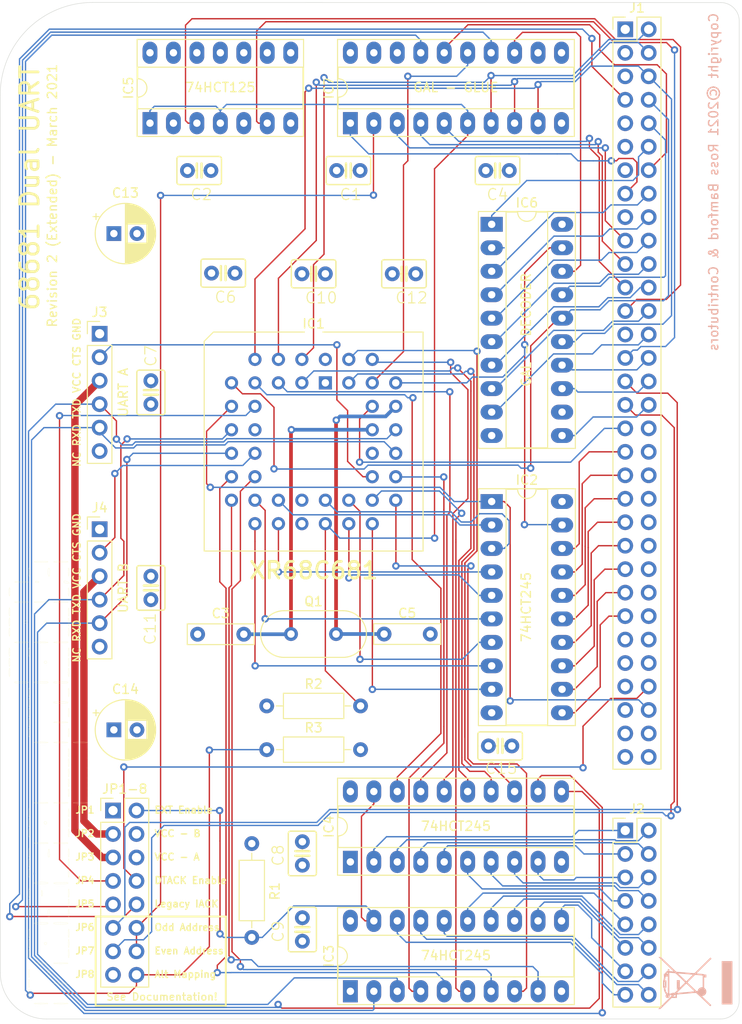
<source format=kicad_pcb>
(kicad_pcb (version 20171130) (host pcbnew "(5.1.5-0-10_14)")
  (layers (0 F.Cu signal) (1 In1.Cu signal) (2 In2.Cu signal) (31 B.Cu signal) (34 B.Paste user) (35 F.Paste user) (36 B.SilkS user) (37 F.SilkS user) (38 B.Mask user) (39 F.Mask user) (44 Edge.Cuts user))
  (net 0 "")
  (net 1 GND)
  (net 2 VCC)
  (net 3 "Net-(C5-Pad1)")
  (net 4 IP4)
  (net 5 BD7)
  (net 6 IP5)
  (net 7 BD5)
  (net 8 BD3)
  (net 9 IP2)
  (net 10 BD1)
  (net 11 SEL)
  (net 12 OP7)
  (net 13 RESET)
  (net 14 OP5)
  (net 15 OP3)
  (net 16 CTSB)
  (net 17 RXDA)
  (net 18 TXDB)
  (net 19 TXDA)
  (net 20 RXDB)
  (net 21 CTSA)
  (net 22 UDTACK)
  (net 23 OP2)
  (net 24 RnW)
  (net 25 OP4)
  (net 26 IP0)
  (net 27 OP6)
  (net 28 A4)
  (net 29 BD0)
  (net 30 A3)
  (net 31 BD2)
  (net 32 IP1)
  (net 33 BD4)
  (net 34 A2)
  (net 35 BD6)
  (net 36 IP3)
  (net 37 IRQ)
  (net 38 A1)
  (net 39 D8)
  (net 40 D9)
  (net 41 D10)
  (net 42 D11)
  (net 43 D12)
  (net 44 D13)
  (net 45 D14)
  (net 46 D15)
  (net 47 EXTEN)
  (net 48 BTXDA)
  (net 49 BTXDB)
  (net 50 BOP2)
  (net 51 BOP3)
  (net 52 BOP4)
  (net 53 BOP5)
  (net 54 BOP6)
  (net 55 BOP7)
  (net 56 IPL2)
  (net 57 IPL0)
  (net 58 A14)
  (net 59 SEL_IN)
  (net 60 A13)
  (net 61 A5)
  (net 62 A12)
  (net 63 A11)
  (net 64 A10)
  (net 65 A17)
  (net 66 A9)
  (net 67 A16)
  (net 68 A8)
  (net 69 "Net-(IC6-Pad12)")
  (net 70 A7)
  (net 71 A15)
  (net 72 A6)
  (net 73 "Net-(IC7-Pad19)")
  (net 74 "Net-(IC7-Pad18)")
  (net 75 FC2)
  (net 76 VPA)
  (net 77 FC1)
  (net 78 FC0)
  (net 79 "Net-(IC7-Pad12)")
  (net 80 UDS)
  (net 81 "Net-(IC7-Pad11)")
  (net 82 IOSEL)
  (net 83 "Net-(J1-Pad64)")
  (net 84 "Net-(J1-Pad63)")
  (net 85 "Net-(J1-Pad62)")
  (net 86 "Net-(J1-Pad61)")
  (net 87 "Net-(J1-Pad59)")
  (net 88 DTACK)
  (net 89 "Net-(J1-Pad57)")
  (net 90 "Net-(J1-Pad56)")
  (net 91 "Net-(J1-Pad55)")
  (net 92 "Net-(J1-Pad54)")
  (net 93 "Net-(J1-Pad53)")
  (net 94 "Net-(J1-Pad52)")
  (net 95 "Net-(J1-Pad50)")
  (net 96 "Net-(J1-Pad48)")
  (net 97 "Net-(J1-Pad46)")
  (net 98 "Net-(J1-Pad44)")
  (net 99 "Net-(J1-Pad42)")
  (net 100 "Net-(J1-Pad40)")
  (net 101 "Net-(J1-Pad38)")
  (net 102 "Net-(J1-Pad36)")
  (net 103 "Net-(J1-Pad27)")
  (net 104 "Net-(J1-Pad17)")
  (net 105 "Net-(J1-Pad13)")
  (net 106 "Net-(J1-Pad11)")
  (net 107 "Net-(J1-Pad9)")
  (net 108 "Net-(J1-Pad3)")
  (net 109 BRXDB)
  (net 110 BIP5)
  (net 111 BIP4)
  (net 112 BIP3)
  (net 113 BIP2)
  (net 114 BIP1)
  (net 115 BIP0)
  (net 116 BRXDA)
  (net 117 "Net-(J3-Pad6)")
  (net 118 VCCUA)
  (net 119 "Net-(J4-Pad6)")
  (net 120 VCCUB)
  (net 121 "Net-(IC5-Pad11)")
  (net 122 "Net-(IC5-Pad8)")
  (net 123 "Net-(IC1-Pad34)")
  (net 124 "Net-(IC1-Pad23)")
  (net 125 "Net-(IC1-Pad12)")
  (net 126 IACK)
  (net 127 "Net-(IC1-Pad1)")
  (net 128 UVPA)
  (net 129 "Net-(C3-Pad2)")
  (net 130 CDS)
  (net 131 LDS)
  (net 132 ALTA)
  (net 133 "Net-(IC6-Pad2)")
  (module Resistor_THT:R_Axial_DIN0207_L6.3mm_D2.5mm_P10.16mm_Horizontal (layer F.Cu) (at 79.64 126.85)
    (fp_text reference R3 (at 5.08 -2.37) (layer F.SilkS))
    (fp_text value 10K)
    (pad 2 thru_hole oval (at 10.16 0) (size 1.6 1.6) (drill 0.8) (layers *.Cu *.Mask) (net 1 GND))
    (pad 1 thru_hole circle (at 0 0) (size 1.6 1.6) (drill 0.8) (layers *.Cu *.Mask) (net 132 ALTA))
  )
  (module Connector_PinHeader_2.54mm:PinHeader_2x08_P2.54mm_Vertical (layer F.Cu) (at 63 133.44)
    (fp_text reference JP1-8 (at 1.27 -2.33) (layer F.SilkS))
    (fp_text value Conn_02x08_Odd_Even)
    (pad 16 thru_hole oval (at 2.54 17.78) (size 1.7 1.7) (drill 1) (layers *.Cu *.Mask) (net 132 ALTA))
    (pad 15 thru_hole oval (at 0 17.78) (size 1.7 1.7) (drill 1) (layers *.Cu *.Mask) (net 2 VCC))
    (pad 14 thru_hole oval (at 2.54 15.24) (size 1.7 1.7) (drill 1) (layers *.Cu *.Mask) (net 130 CDS))
    (pad 13 thru_hole oval (at 0 15.24) (size 1.7 1.7) (drill 1) (layers *.Cu *.Mask) (net 80 UDS))
    (pad 12 thru_hole oval (at 2.54 12.7) (size 1.7 1.7) (drill 1) (layers *.Cu *.Mask) (net 130 CDS))
    (pad 11 thru_hole oval (at 0 12.7) (size 1.7 1.7) (drill 1) (layers *.Cu *.Mask) (net 131 LDS))
    (pad 10 thru_hole oval (at 2.54 10.16) (size 1.7 1.7) (drill 1) (layers *.Cu *.Mask) (net 76 VPA))
    (pad 9 thru_hole oval (at 0 10.16) (size 1.7 1.7) (drill 1) (layers *.Cu *.Mask) (net 128 UVPA))
    (pad 8 thru_hole oval (at 2.54 7.62) (size 1.7 1.7) (drill 1) (layers *.Cu *.Mask) (net 88 DTACK))
    (pad 7 thru_hole oval (at 0 7.62) (size 1.7 1.7) (drill 1) (layers *.Cu *.Mask) (net 22 UDTACK))
    (pad 6 thru_hole oval (at 2.54 5.08) (size 1.7 1.7) (drill 1) (layers *.Cu *.Mask) (net 2 VCC))
    (pad 5 thru_hole oval (at 0 5.08) (size 1.7 1.7) (drill 1) (layers *.Cu *.Mask) (net 118 VCCUA))
    (pad 4 thru_hole oval (at 2.54 2.54) (size 1.7 1.7) (drill 1) (layers *.Cu *.Mask) (net 2 VCC))
    (pad 3 thru_hole oval (at 0 2.54) (size 1.7 1.7) (drill 1) (layers *.Cu *.Mask) (net 120 VCCUB))
    (pad 2 thru_hole oval (at 2.54 0) (size 1.7 1.7) (drill 1) (layers *.Cu *.Mask) (net 47 EXTEN))
    (pad 1 thru_hole rect (at 0 0) (size 1.7 1.7) (drill 1) (layers *.Cu *.Mask) (net 1 GND))
  )
  (module Capacitor_THT:C_Rect_L7.0mm_W2.0mm_P5.00mm (layer F.Cu) (at 92.35 114.34)
    (fp_text reference C5 (at 2.5 -2.25) (layer F.SilkS))
    (fp_text value 7pF)
    (pad 2 thru_hole circle (at 5 0) (size 1.6 1.6) (drill 0.8) (layers *.Cu *.Mask) (net 1 GND))
    (pad 1 thru_hole circle (at 0 0) (size 1.6 1.6) (drill 0.8) (layers *.Cu *.Mask) (net 3 "Net-(C5-Pad1)"))
  )
  (module Capacitor_THT:C_Rect_L7.0mm_W2.0mm_P5.00mm (layer F.Cu) (at 72.16 114.36)
    (fp_text reference C3 (at 2.5 -2.25) (layer F.SilkS))
    (fp_text value 7pF)
    (pad 2 thru_hole circle (at 5 0) (size 1.6 1.6) (drill 0.8) (layers *.Cu *.Mask) (net 129 "Net-(C3-Pad2)"))
    (pad 1 thru_hole circle (at 0 0) (size 1.6 1.6) (drill 0.8) (layers *.Cu *.Mask) (net 1 GND))
  )
  (module Package_DIP:DIP-20_W7.62mm_Socket_LongPads (layer F.Cu) (at 88.7 59.05 90)
    (fp_text reference IC7 (at 3.81 -2.33 90) (layer F.SilkS))
    (fp_text value IC7_UART_.PLD)
    (pad 20 thru_hole oval (at 7.62 0 90) (size 2.4 1.6) (drill 0.8) (layers *.Cu *.Mask) (net 2 VCC))
    (pad 10 thru_hole oval (at 0 22.86 90) (size 2.4 1.6) (drill 0.8) (layers *.Cu *.Mask) (net 1 GND))
    (pad 19 thru_hole oval (at 7.62 2.54 90) (size 2.4 1.6) (drill 0.8) (layers *.Cu *.Mask) (net 73 "Net-(IC7-Pad19)"))
    (pad 9 thru_hole oval (at 0 20.32 90) (size 2.4 1.6) (drill 0.8) (layers *.Cu *.Mask) (net 30 A3))
    (pad 18 thru_hole oval (at 7.62 5.08 90) (size 2.4 1.6) (drill 0.8) (layers *.Cu *.Mask) (net 74 "Net-(IC7-Pad18)"))
    (pad 8 thru_hole oval (at 0 17.78 90) (size 2.4 1.6) (drill 0.8) (layers *.Cu *.Mask) (net 34 A2))
    (pad 17 thru_hole oval (at 7.62 7.62 90) (size 2.4 1.6) (drill 0.8) (layers *.Cu *.Mask) (net 132 ALTA))
    (pad 7 thru_hole oval (at 0 15.24 90) (size 2.4 1.6) (drill 0.8) (layers *.Cu *.Mask) (net 38 A1))
    (pad 16 thru_hole oval (at 7.62 10.16 90) (size 2.4 1.6) (drill 0.8) (layers *.Cu *.Mask) (net 70 A7))
    (pad 6 thru_hole oval (at 0 12.7 90) (size 2.4 1.6) (drill 0.8) (layers *.Cu *.Mask) (net 37 IRQ))
    (pad 15 thru_hole oval (at 7.62 12.7 90) (size 2.4 1.6) (drill 0.8) (layers *.Cu *.Mask) (net 126 IACK))
    (pad 5 thru_hole oval (at 0 10.16 90) (size 2.4 1.6) (drill 0.8) (layers *.Cu *.Mask) (net 75 FC2))
    (pad 14 thru_hole oval (at 7.62 15.24 90) (size 2.4 1.6) (drill 0.8) (layers *.Cu *.Mask) (net 128 UVPA))
    (pad 4 thru_hole oval (at 0 7.62 90) (size 2.4 1.6) (drill 0.8) (layers *.Cu *.Mask) (net 77 FC1))
    (pad 13 thru_hole oval (at 7.62 17.78 90) (size 2.4 1.6) (drill 0.8) (layers *.Cu *.Mask) (net 59 SEL_IN))
    (pad 3 thru_hole oval (at 0 5.08 90) (size 2.4 1.6) (drill 0.8) (layers *.Cu *.Mask) (net 78 FC0))
    (pad 12 thru_hole oval (at 7.62 20.32 90) (size 2.4 1.6) (drill 0.8) (layers *.Cu *.Mask) (net 79 "Net-(IC7-Pad12)"))
    (pad 2 thru_hole oval (at 0 2.54 90) (size 2.4 1.6) (drill 0.8) (layers *.Cu *.Mask) (net 130 CDS))
    (pad 11 thru_hole oval (at 7.62 22.86 90) (size 2.4 1.6) (drill 0.8) (layers *.Cu *.Mask) (net 81 "Net-(IC7-Pad11)"))
    (pad 1 thru_hole rect (at 0 0 90) (size 2.4 1.6) (drill 0.8) (layers *.Cu *.Mask) (net 82 IOSEL))
  )
  (module Crystal:Crystal_HC49-4H_Vertical (layer F.Cu) (at 82.27 114.34)
    (fp_text reference Q1 (at 2.44 -3.525) (layer F.SilkS))
    (fp_text value Crystal)
    (pad 2 thru_hole circle (at 4.88 0) (size 1.5 1.5) (drill 0.8) (layers *.Cu *.Mask) (net 3 "Net-(C5-Pad1)"))
    (pad 1 thru_hole circle (at 0 0) (size 1.5 1.5) (drill 0.8) (layers *.Cu *.Mask) (net 129 "Net-(C3-Pad2)"))
  )
  (module Resistor_THT:R_Axial_DIN0207_L6.3mm_D2.5mm_P10.16mm_Horizontal (layer F.Cu) (at 79.64 122.12)
    (fp_text reference R2 (at 5.08 -2.37) (layer F.SilkS))
    (fp_text value 10K)
    (pad 2 thru_hole oval (at 10.16 0) (size 1.6 1.6) (drill 0.8) (layers *.Cu *.Mask) (net 37 IRQ))
    (pad 1 thru_hole circle (at 0 0) (size 1.6 1.6) (drill 0.8) (layers *.Cu *.Mask) (net 2 VCC))
  )
  (module Package_LCC:PLCC-44_THT-Socket (layer F.Cu) (at 85.99 87.15635)
    (fp_text reference IC1 (at -1.27 -6.4) (layer F.SilkS))
    (fp_text value XR68C681CJTR-F)
    (pad 39 thru_hole circle (at 7.62 0) (size 1.4224 1.4224) (drill 0.8) (layers *.Cu *.Mask) (net 11 SEL))
    (pad 37 thru_hole circle (at 7.62 2.54) (size 1.4224 1.4224) (drill 0.8) (layers *.Cu *.Mask) (net 3 "Net-(C5-Pad1)"))
    (pad 35 thru_hole circle (at 7.62 5.08) (size 1.4224 1.4224) (drill 0.8) (layers *.Cu *.Mask) (net 17 RXDA))
    (pad 33 thru_hole circle (at 7.62 7.62) (size 1.4224 1.4224) (drill 0.8) (layers *.Cu *.Mask) (net 19 TXDA))
    (pad 31 thru_hole circle (at 7.62 10.16) (size 1.4224 1.4224) (drill 0.8) (layers *.Cu *.Mask) (net 23 OP2))
    (pad 40 thru_hole circle (at 5.08 -2.54) (size 1.4224 1.4224) (drill 0.8) (layers *.Cu *.Mask) (net 9 IP2))
    (pad 38 thru_hole circle (at 5.08 2.54) (size 1.4224 1.4224) (drill 0.8) (layers *.Cu *.Mask) (net 13 RESET))
    (pad 36 thru_hole circle (at 5.08 5.08) (size 1.4224 1.4224) (drill 0.8) (layers *.Cu *.Mask) (net 129 "Net-(C3-Pad2)"))
    (pad 34 thru_hole circle (at 5.08 7.62) (size 1.4224 1.4224) (drill 0.8) (layers *.Cu *.Mask) (net 123 "Net-(IC1-Pad34)"))
    (pad 32 thru_hole circle (at 5.08 10.16) (size 1.4224 1.4224) (drill 0.8) (layers *.Cu *.Mask) (net 21 CTSA))
    (pad 30 thru_hole circle (at 5.08 12.7) (size 1.4224 1.4224) (drill 0.8) (layers *.Cu *.Mask) (net 25 OP4))
    (pad 28 thru_hole circle (at 5.08 15.24) (size 1.4224 1.4224) (drill 0.8) (layers *.Cu *.Mask) (net 29 BD0))
    (pad 26 thru_hole circle (at 2.54 15.24) (size 1.4224 1.4224) (drill 0.8) (layers *.Cu *.Mask) (net 33 BD4))
    (pad 24 thru_hole circle (at 0 15.24) (size 1.4224 1.4224) (drill 0.8) (layers *.Cu *.Mask) (net 37 IRQ))
    (pad 22 thru_hole circle (at -2.54 15.24) (size 1.4224 1.4224) (drill 0.8) (layers *.Cu *.Mask) (net 1 GND))
    (pad 20 thru_hole circle (at -5.08 15.24) (size 1.4224 1.4224) (drill 0.8) (layers *.Cu *.Mask) (net 7 BD5))
    (pad 18 thru_hole circle (at -7.62 15.24) (size 1.4224 1.4224) (drill 0.8) (layers *.Cu *.Mask) (net 10 BD1))
    (pad 29 thru_hole circle (at 7.62 12.7) (size 1.4224 1.4224) (drill 0.8) (layers *.Cu *.Mask) (net 27 OP6))
    (pad 27 thru_hole circle (at 2.54 12.7) (size 1.4224 1.4224) (drill 0.8) (layers *.Cu *.Mask) (net 31 BD2))
    (pad 25 thru_hole circle (at 0 12.7) (size 1.4224 1.4224) (drill 0.8) (layers *.Cu *.Mask) (net 35 BD6))
    (pad 23 thru_hole circle (at -2.54 12.7) (size 1.4224 1.4224) (drill 0.8) (layers *.Cu *.Mask) (net 124 "Net-(IC1-Pad23)"))
    (pad 21 thru_hole circle (at -5.08 12.7) (size 1.4224 1.4224) (drill 0.8) (layers *.Cu *.Mask) (net 5 BD7))
    (pad 19 thru_hole circle (at -7.62 12.7) (size 1.4224 1.4224) (drill 0.8) (layers *.Cu *.Mask) (net 8 BD3))
    (pad 17 thru_hole circle (at -10.16 12.7) (size 1.4224 1.4224) (drill 0.8) (layers *.Cu *.Mask) (net 12 OP7))
    (pad 15 thru_hole circle (at -10.16 10.16) (size 1.4224 1.4224) (drill 0.8) (layers *.Cu *.Mask) (net 15 OP3))
    (pad 13 thru_hole circle (at -10.16 7.62) (size 1.4224 1.4224) (drill 0.8) (layers *.Cu *.Mask) (net 18 TXDB))
    (pad 11 thru_hole circle (at -10.16 5.08) (size 1.4224 1.4224) (drill 0.8) (layers *.Cu *.Mask) (net 20 RXDB))
    (pad 9 thru_hole circle (at -10.16 2.54) (size 1.4224 1.4224) (drill 0.8) (layers *.Cu *.Mask) (net 24 RnW))
    (pad 7 thru_hole circle (at -10.16 0) (size 1.4224 1.4224) (drill 0.8) (layers *.Cu *.Mask) (net 28 A4))
    (pad 16 thru_hole circle (at -7.62 10.16) (size 1.4224 1.4224) (drill 0.8) (layers *.Cu *.Mask) (net 14 OP5))
    (pad 14 thru_hole circle (at -7.62 7.62) (size 1.4224 1.4224) (drill 0.8) (layers *.Cu *.Mask) (net 16 CTSB))
    (pad 12 thru_hole circle (at -7.62 5.08) (size 1.4224 1.4224) (drill 0.8) (layers *.Cu *.Mask) (net 125 "Net-(IC1-Pad12)"))
    (pad 10 thru_hole circle (at -7.62 2.54) (size 1.4224 1.4224) (drill 0.8) (layers *.Cu *.Mask) (net 22 UDTACK))
    (pad 8 thru_hole circle (at -7.62 0) (size 1.4224 1.4224) (drill 0.8) (layers *.Cu *.Mask) (net 26 IP0))
    (pad 42 thru_hole circle (at 2.54 -2.54) (size 1.4224 1.4224) (drill 0.8) (layers *.Cu *.Mask) (net 6 IP5))
    (pad 44 thru_hole circle (at 0 -2.54) (size 1.4224 1.4224) (drill 0.8) (layers *.Cu *.Mask) (net 2 VCC))
    (pad 6 thru_hole circle (at -7.62 -2.54) (size 1.4224 1.4224) (drill 0.8) (layers *.Cu *.Mask) (net 30 A3))
    (pad 4 thru_hole circle (at -5.08 -2.54) (size 1.4224 1.4224) (drill 0.8) (layers *.Cu *.Mask) (net 34 A2))
    (pad 2 thru_hole circle (at -2.54 -2.54) (size 1.4224 1.4224) (drill 0.8) (layers *.Cu *.Mask) (net 38 A1))
    (pad 41 thru_hole circle (at 5.08 0) (size 1.4224 1.4224) (drill 0.8) (layers *.Cu *.Mask) (net 126 IACK))
    (pad 43 thru_hole circle (at 2.54 0) (size 1.4224 1.4224) (drill 0.8) (layers *.Cu *.Mask) (net 4 IP4))
    (pad 5 thru_hole circle (at -5.08 0) (size 1.4224 1.4224) (drill 0.8) (layers *.Cu *.Mask) (net 32 IP1))
    (pad 3 thru_hole circle (at -2.54 0) (size 1.4224 1.4224) (drill 0.8) (layers *.Cu *.Mask) (net 36 IP3))
    (pad 1 thru_hole rect (at 0 0) (size 1.4224 1.4224) (drill 0.8) (layers *.Cu *.Mask) (net 127 "Net-(IC1-Pad1)"))
  )
  (module Symbol:WEEE-Logo_5.6x8mm_SilkScreen (layer B.Cu) (at 126.05 152.1 270)
    (fp_text reference REF** hide)
    (fp_text value WEEE-Logo_5.6x8mm_SilkScreen hide)
  )
  (module rosco_m68k:MD-rosco_m68k_logo (layer F.Cu) (at 59.05 129.4 90)
    (fp_text reference REF** hide)
    (fp_text value MD-rosco_m68k_logo hide)
  )
  (module Package_DIP:DIP-20_W7.62mm_Socket_LongPads (layer F.Cu) (at 88.7 139 90)
    (fp_text reference IC4 (at 3.81 -2.33 90) (layer F.SilkS))
    (fp_text value 74HCT245)
    (pad 20 thru_hole oval (at 7.62 0 90) (size 2.4 1.6) (drill 0.8) (layers *.Cu *.Mask) (net 2 VCC))
    (pad 10 thru_hole oval (at 0 22.86 90) (size 2.4 1.6) (drill 0.8) (layers *.Cu *.Mask) (net 1 GND))
    (pad 19 thru_hole oval (at 7.62 2.54 90) (size 2.4 1.6) (drill 0.8) (layers *.Cu *.Mask) (net 47 EXTEN))
    (pad 9 thru_hole oval (at 0 20.32 90) (size 2.4 1.6) (drill 0.8) (layers *.Cu *.Mask) (net 109 BRXDB))
    (pad 18 thru_hole oval (at 7.62 5.08 90) (size 2.4 1.6) (drill 0.8) (layers *.Cu *.Mask) (net 26 IP0))
    (pad 8 thru_hole oval (at 0 17.78 90) (size 2.4 1.6) (drill 0.8) (layers *.Cu *.Mask) (net 116 BRXDA))
    (pad 17 thru_hole oval (at 7.62 7.62 90) (size 2.4 1.6) (drill 0.8) (layers *.Cu *.Mask) (net 32 IP1))
    (pad 7 thru_hole oval (at 0 15.24 90) (size 2.4 1.6) (drill 0.8) (layers *.Cu *.Mask) (net 110 BIP5))
    (pad 16 thru_hole oval (at 7.62 10.16 90) (size 2.4 1.6) (drill 0.8) (layers *.Cu *.Mask) (net 9 IP2))
    (pad 6 thru_hole oval (at 0 12.7 90) (size 2.4 1.6) (drill 0.8) (layers *.Cu *.Mask) (net 111 BIP4))
    (pad 15 thru_hole oval (at 7.62 12.7 90) (size 2.4 1.6) (drill 0.8) (layers *.Cu *.Mask) (net 36 IP3))
    (pad 5 thru_hole oval (at 0 10.16 90) (size 2.4 1.6) (drill 0.8) (layers *.Cu *.Mask) (net 112 BIP3))
    (pad 14 thru_hole oval (at 7.62 15.24 90) (size 2.4 1.6) (drill 0.8) (layers *.Cu *.Mask) (net 4 IP4))
    (pad 4 thru_hole oval (at 0 7.62 90) (size 2.4 1.6) (drill 0.8) (layers *.Cu *.Mask) (net 113 BIP2))
    (pad 13 thru_hole oval (at 7.62 17.78 90) (size 2.4 1.6) (drill 0.8) (layers *.Cu *.Mask) (net 6 IP5))
    (pad 3 thru_hole oval (at 0 5.08 90) (size 2.4 1.6) (drill 0.8) (layers *.Cu *.Mask) (net 114 BIP1))
    (pad 12 thru_hole oval (at 7.62 20.32 90) (size 2.4 1.6) (drill 0.8) (layers *.Cu *.Mask) (net 17 RXDA))
    (pad 2 thru_hole oval (at 0 2.54 90) (size 2.4 1.6) (drill 0.8) (layers *.Cu *.Mask) (net 115 BIP0))
    (pad 11 thru_hole oval (at 7.62 22.86 90) (size 2.4 1.6) (drill 0.8) (layers *.Cu *.Mask) (net 20 RXDB))
    (pad 1 thru_hole rect (at 0 0 90) (size 2.4 1.6) (drill 0.8) (layers *.Cu *.Mask) (net 2 VCC))
  )
  (module rosco_m68k:C2.5-3 (layer F.Cu) (at 94.5058 75.355)
    (fp_text reference C12 (at -1.016 3.302 -180) (layer F.SilkS) (effects (font (size 1.2065 1.2065) (thickness 0.12065)) (justify left bottom)))
    (fp_text value 100nF)
    (pad 1 thru_hole circle (at -1.27 0) (size 1.6002 1.6002) (drill 0.8128) (layers *.Cu *.Mask) (net 1 GND))
    (pad 2 thru_hole circle (at 1.27 0) (size 1.6002 1.6002) (drill 0.8128) (layers *.Cu *.Mask) (net 2 VCC))
  )
  (module rosco_m68k:C2.5-3 (layer F.Cu) (at 67.1 109.35 270)
    (fp_text reference C11 (at 2.6 -0.625 270) (layer F.SilkS) (effects (font (size 1.2065 1.2065) (thickness 0.12065)) (justify right bottom)))
    (fp_text value 100nF)
    (pad 1 thru_hole circle (at -1.27 0 270) (size 1.6002 1.6002) (drill 0.8128) (layers *.Cu *.Mask) (net 1 GND))
    (pad 2 thru_hole circle (at 1.27 0 270) (size 1.6002 1.6002) (drill 0.8128) (layers *.Cu *.Mask) (net 2 VCC))
  )
  (module rosco_m68k:C2.5-3 (layer F.Cu) (at 84.72 75.355)
    (fp_text reference C10 (at -1.016 3.302 -180) (layer F.SilkS) (effects (font (size 1.2065 1.2065) (thickness 0.12065)) (justify left bottom)))
    (fp_text value 100nF)
    (pad 1 thru_hole circle (at -1.27 0) (size 1.6002 1.6002) (drill 0.8128) (layers *.Cu *.Mask) (net 1 GND))
    (pad 2 thru_hole circle (at 1.27 0) (size 1.6002 1.6002) (drill 0.8128) (layers *.Cu *.Mask) (net 2 VCC))
  )
  (module rosco_m68k:C2.5-3 (layer F.Cu) (at 104.9142 126.45)
    (fp_text reference C15 (at -1.7142 3.125 -180) (layer F.SilkS) (effects (font (size 1.2065 1.2065) (thickness 0.12065)) (justify left bottom)))
    (fp_text value 100nF)
    (pad 1 thru_hole circle (at -1.27 0) (size 1.6002 1.6002) (drill 0.8128) (layers *.Cu *.Mask) (net 2 VCC))
    (pad 2 thru_hole circle (at 1.27 0) (size 1.6002 1.6002) (drill 0.8128) (layers *.Cu *.Mask) (net 1 GND))
  )
  (module rosco_m68k:C2.5-3 (layer F.Cu) (at 83.5 146.3142 270)
    (fp_text reference C9 (at -1.025 1.925 270) (layer F.SilkS) (effects (font (size 1.2065 1.2065) (thickness 0.12065)) (justify right bottom)))
    (fp_text value 100nF)
    (pad 1 thru_hole circle (at -1.27 0 270) (size 1.6002 1.6002) (drill 0.8128) (layers *.Cu *.Mask) (net 1 GND))
    (pad 2 thru_hole circle (at 1.27 0 270) (size 1.6002 1.6002) (drill 0.8128) (layers *.Cu *.Mask) (net 2 VCC))
  )
  (module rosco_m68k:C2.5-3 (layer F.Cu) (at 83.5 138.0858 270)
    (fp_text reference C8 (at -1.05 1.925 270) (layer F.SilkS) (effects (font (size 1.2065 1.2065) (thickness 0.12065)) (justify right bottom)))
    (fp_text value 100nF)
    (pad 1 thru_hole circle (at -1.27 0 270) (size 1.6002 1.6002) (drill 0.8128) (layers *.Cu *.Mask) (net 1 GND))
    (pad 2 thru_hole circle (at 1.27 0 270) (size 1.6002 1.6002) (drill 0.8128) (layers *.Cu *.Mask) (net 2 VCC))
  )
  (module rosco_m68k:C2.5-3 (layer F.Cu) (at 67.1 88.19 270)
    (fp_text reference C7 (at -5.215 -0.7 270) (layer F.SilkS) (effects (font (size 1.2065 1.2065) (thickness 0.12065)) (justify right bottom)))
    (fp_text value 100nF)
    (pad 1 thru_hole circle (at -1.27 0 270) (size 1.6002 1.6002) (drill 0.8128) (layers *.Cu *.Mask) (net 2 VCC))
    (pad 2 thru_hole circle (at 1.27 0 270) (size 1.6002 1.6002) (drill 0.8128) (layers *.Cu *.Mask) (net 1 GND))
  )
  (module rosco_m68k:C2.5-3 (layer F.Cu) (at 74.9342 75.28)
    (fp_text reference C6 (at -1.016 3.302 -180) (layer F.SilkS) (effects (font (size 1.2065 1.2065) (thickness 0.12065)) (justify left bottom)))
    (fp_text value 100nF)
    (pad 1 thru_hole circle (at -1.27 0) (size 1.6002 1.6002) (drill 0.8128) (layers *.Cu *.Mask) (net 2 VCC))
    (pad 2 thru_hole circle (at 1.27 0) (size 1.6002 1.6002) (drill 0.8128) (layers *.Cu *.Mask) (net 1 GND))
  )
  (module rosco_m68k:C2.5-3 (layer F.Cu) (at 104.6342 64.175 180)
    (fp_text reference C4 (at -1.2458 -3.302 180) (layer F.SilkS) (effects (font (size 1.2065 1.2065) (thickness 0.12065)) (justify right bottom)))
    (fp_text value 100nF)
    (pad 1 thru_hole circle (at -1.27 0 180) (size 1.6002 1.6002) (drill 0.8128) (layers *.Cu *.Mask) (net 2 VCC))
    (pad 2 thru_hole circle (at 1.27 0 180) (size 1.6002 1.6002) (drill 0.8128) (layers *.Cu *.Mask) (net 1 GND))
  )
  (module rosco_m68k:C2.5-3 (layer F.Cu) (at 72.33 64.175)
    (fp_text reference C2 (at -1.016 3.302 -180) (layer F.SilkS) (effects (font (size 1.2065 1.2065) (thickness 0.12065)) (justify left bottom)))
    (fp_text value 100nF)
    (pad 1 thru_hole circle (at -1.27 0) (size 1.6002 1.6002) (drill 0.8128) (layers *.Cu *.Mask) (net 2 VCC))
    (pad 2 thru_hole circle (at 1.27 0) (size 1.6002 1.6002) (drill 0.8128) (layers *.Cu *.Mask) (net 1 GND))
  )
  (module rosco_m68k:C2.5-3 (layer F.Cu) (at 88.4821 64.175)
    (fp_text reference C1 (at -1.016 3.302 -180) (layer F.SilkS) (effects (font (size 1.2065 1.2065) (thickness 0.12065)) (justify left bottom)))
    (fp_text value 100nF)
    (pad 1 thru_hole circle (at -1.27 0) (size 1.6002 1.6002) (drill 0.8128) (layers *.Cu *.Mask) (net 2 VCC))
    (pad 2 thru_hole circle (at 1.27 0) (size 1.6002 1.6002) (drill 0.8128) (layers *.Cu *.Mask) (net 1 GND))
  )
  (module Resistor_THT:R_Axial_DIN0207_L6.3mm_D2.5mm_P10.16mm_Horizontal (layer F.Cu) (at 78.025 147.175 90)
    (fp_text reference R1 (at 5 2.5 90) (layer F.SilkS))
    (fp_text value 10K)
    (pad 2 thru_hole oval (at 10.16 0 90) (size 1.6 1.6) (drill 0.8) (layers *.Cu *.Mask) (net 2 VCC))
    (pad 1 thru_hole circle (at 0 0 90) (size 1.6 1.6) (drill 0.8) (layers *.Cu *.Mask) (net 47 EXTEN))
  )
  (module Connector_PinHeader_2.54mm:PinHeader_1x06_P2.54mm_Vertical (layer F.Cu) (at 61.55 103)
    (fp_text reference J4 (at 0 -2.33) (layer F.SilkS))
    (fp_text value UART_B)
    (pad 6 thru_hole oval (at 0 12.7) (size 1.7 1.7) (drill 1) (layers *.Cu *.Mask) (net 119 "Net-(J4-Pad6)"))
    (pad 5 thru_hole oval (at 0 10.16) (size 1.7 1.7) (drill 1) (layers *.Cu *.Mask) (net 18 TXDB))
    (pad 4 thru_hole oval (at 0 7.62) (size 1.7 1.7) (drill 1) (layers *.Cu *.Mask) (net 20 RXDB))
    (pad 3 thru_hole oval (at 0 5.08) (size 1.7 1.7) (drill 1) (layers *.Cu *.Mask) (net 120 VCCUB))
    (pad 2 thru_hole oval (at 0 2.54) (size 1.7 1.7) (drill 1) (layers *.Cu *.Mask) (net 16 CTSB))
    (pad 1 thru_hole rect (at 0 0) (size 1.7 1.7) (drill 1) (layers *.Cu *.Mask) (net 1 GND))
  )
  (module Connector_PinHeader_2.54mm:PinHeader_1x06_P2.54mm_Vertical (layer F.Cu) (at 61.55 81.84)
    (fp_text reference J3 (at 0 -2.33) (layer F.SilkS))
    (fp_text value UART_A)
    (pad 6 thru_hole oval (at 0 12.7) (size 1.7 1.7) (drill 1) (layers *.Cu *.Mask) (net 117 "Net-(J3-Pad6)"))
    (pad 5 thru_hole oval (at 0 10.16) (size 1.7 1.7) (drill 1) (layers *.Cu *.Mask) (net 19 TXDA))
    (pad 4 thru_hole oval (at 0 7.62) (size 1.7 1.7) (drill 1) (layers *.Cu *.Mask) (net 17 RXDA))
    (pad 3 thru_hole oval (at 0 5.08) (size 1.7 1.7) (drill 1) (layers *.Cu *.Mask) (net 118 VCCUA))
    (pad 2 thru_hole oval (at 0 2.54) (size 1.7 1.7) (drill 1) (layers *.Cu *.Mask) (net 21 CTSA))
    (pad 1 thru_hole rect (at 0 0) (size 1.7 1.7) (drill 1) (layers *.Cu *.Mask) (net 1 GND))
  )
  (module Connector_PinHeader_2.54mm:PinHeader_2x08_P2.54mm_Vertical (layer F.Cu) (at 118.46 135.6)
    (fp_text reference J2 (at 1.27 -2.33) (layer F.SilkS))
    (fp_text value EXTBUS)
    (pad 16 thru_hole oval (at 2.54 17.78) (size 1.7 1.7) (drill 1) (layers *.Cu *.Mask) (net 49 BTXDB))
    (pad 15 thru_hole oval (at 0 17.78) (size 1.7 1.7) (drill 1) (layers *.Cu *.Mask) (net 48 BTXDA))
    (pad 14 thru_hole oval (at 2.54 15.24) (size 1.7 1.7) (drill 1) (layers *.Cu *.Mask) (net 50 BOP2))
    (pad 13 thru_hole oval (at 0 15.24) (size 1.7 1.7) (drill 1) (layers *.Cu *.Mask) (net 55 BOP7))
    (pad 12 thru_hole oval (at 2.54 12.7) (size 1.7 1.7) (drill 1) (layers *.Cu *.Mask) (net 53 BOP5))
    (pad 11 thru_hole oval (at 0 12.7) (size 1.7 1.7) (drill 1) (layers *.Cu *.Mask) (net 54 BOP6))
    (pad 10 thru_hole oval (at 2.54 10.16) (size 1.7 1.7) (drill 1) (layers *.Cu *.Mask) (net 52 BOP4))
    (pad 9 thru_hole oval (at 0 10.16) (size 1.7 1.7) (drill 1) (layers *.Cu *.Mask) (net 51 BOP3))
    (pad 8 thru_hole oval (at 2.54 7.62) (size 1.7 1.7) (drill 1) (layers *.Cu *.Mask) (net 110 BIP5))
    (pad 7 thru_hole oval (at 0 7.62) (size 1.7 1.7) (drill 1) (layers *.Cu *.Mask) (net 111 BIP4))
    (pad 6 thru_hole oval (at 2.54 5.08) (size 1.7 1.7) (drill 1) (layers *.Cu *.Mask) (net 116 BRXDA))
    (pad 5 thru_hole oval (at 0 5.08) (size 1.7 1.7) (drill 1) (layers *.Cu *.Mask) (net 109 BRXDB))
    (pad 4 thru_hole oval (at 2.54 2.54) (size 1.7 1.7) (drill 1) (layers *.Cu *.Mask) (net 113 BIP2))
    (pad 3 thru_hole oval (at 0 2.54) (size 1.7 1.7) (drill 1) (layers *.Cu *.Mask) (net 112 BIP3))
    (pad 2 thru_hole oval (at 2.54 0) (size 1.7 1.7) (drill 1) (layers *.Cu *.Mask) (net 114 BIP1))
    (pad 1 thru_hole rect (at 0 0) (size 1.7 1.7) (drill 1) (layers *.Cu *.Mask) (net 115 BIP0))
  )
  (module Connector_PinHeader_2.54mm:PinHeader_2x32_P2.54mm_Vertical (layer F.Cu) (at 118.46 48.9)
    (fp_text reference J1 (at 1.27 -2.33) (layer F.SilkS))
    (fp_text value Conn_02x32_Odd_Even)
    (pad 64 thru_hole oval (at 2.54 78.74) (size 1.7 1.7) (drill 1) (layers *.Cu *.Mask) (net 83 "Net-(J1-Pad64)"))
    (pad 63 thru_hole oval (at 0 78.74) (size 1.7 1.7) (drill 1) (layers *.Cu *.Mask) (net 84 "Net-(J1-Pad63)"))
    (pad 62 thru_hole oval (at 2.54 76.2) (size 1.7 1.7) (drill 1) (layers *.Cu *.Mask) (net 85 "Net-(J1-Pad62)"))
    (pad 61 thru_hole oval (at 0 76.2) (size 1.7 1.7) (drill 1) (layers *.Cu *.Mask) (net 86 "Net-(J1-Pad61)"))
    (pad 60 thru_hole oval (at 2.54 73.66) (size 1.7 1.7) (drill 1) (layers *.Cu *.Mask) (net 24 RnW))
    (pad 59 thru_hole oval (at 0 73.66) (size 1.7 1.7) (drill 1) (layers *.Cu *.Mask) (net 87 "Net-(J1-Pad59)"))
    (pad 58 thru_hole oval (at 2.54 71.12) (size 1.7 1.7) (drill 1) (layers *.Cu *.Mask) (net 88 DTACK))
    (pad 57 thru_hole oval (at 0 71.12) (size 1.7 1.7) (drill 1) (layers *.Cu *.Mask) (net 89 "Net-(J1-Pad57)"))
    (pad 56 thru_hole oval (at 2.54 68.58) (size 1.7 1.7) (drill 1) (layers *.Cu *.Mask) (net 90 "Net-(J1-Pad56)"))
    (pad 55 thru_hole oval (at 0 68.58) (size 1.7 1.7) (drill 1) (layers *.Cu *.Mask) (net 91 "Net-(J1-Pad55)"))
    (pad 54 thru_hole oval (at 2.54 66.04) (size 1.7 1.7) (drill 1) (layers *.Cu *.Mask) (net 92 "Net-(J1-Pad54)"))
    (pad 53 thru_hole oval (at 0 66.04) (size 1.7 1.7) (drill 1) (layers *.Cu *.Mask) (net 93 "Net-(J1-Pad53)"))
    (pad 52 thru_hole oval (at 2.54 63.5) (size 1.7 1.7) (drill 1) (layers *.Cu *.Mask) (net 94 "Net-(J1-Pad52)"))
    (pad 51 thru_hole oval (at 0 63.5) (size 1.7 1.7) (drill 1) (layers *.Cu *.Mask) (net 39 D8))
    (pad 50 thru_hole oval (at 2.54 60.96) (size 1.7 1.7) (drill 1) (layers *.Cu *.Mask) (net 95 "Net-(J1-Pad50)"))
    (pad 49 thru_hole oval (at 0 60.96) (size 1.7 1.7) (drill 1) (layers *.Cu *.Mask) (net 40 D9))
    (pad 48 thru_hole oval (at 2.54 58.42) (size 1.7 1.7) (drill 1) (layers *.Cu *.Mask) (net 96 "Net-(J1-Pad48)"))
    (pad 47 thru_hole oval (at 0 58.42) (size 1.7 1.7) (drill 1) (layers *.Cu *.Mask) (net 41 D10))
    (pad 46 thru_hole oval (at 2.54 55.88) (size 1.7 1.7) (drill 1) (layers *.Cu *.Mask) (net 97 "Net-(J1-Pad46)"))
    (pad 45 thru_hole oval (at 0 55.88) (size 1.7 1.7) (drill 1) (layers *.Cu *.Mask) (net 42 D11))
    (pad 44 thru_hole oval (at 2.54 53.34) (size 1.7 1.7) (drill 1) (layers *.Cu *.Mask) (net 98 "Net-(J1-Pad44)"))
    (pad 43 thru_hole oval (at 0 53.34) (size 1.7 1.7) (drill 1) (layers *.Cu *.Mask) (net 43 D12))
    (pad 42 thru_hole oval (at 2.54 50.8) (size 1.7 1.7) (drill 1) (layers *.Cu *.Mask) (net 99 "Net-(J1-Pad42)"))
    (pad 41 thru_hole oval (at 0 50.8) (size 1.7 1.7) (drill 1) (layers *.Cu *.Mask) (net 44 D13))
    (pad 40 thru_hole oval (at 2.54 48.26) (size 1.7 1.7) (drill 1) (layers *.Cu *.Mask) (net 100 "Net-(J1-Pad40)"))
    (pad 39 thru_hole oval (at 0 48.26) (size 1.7 1.7) (drill 1) (layers *.Cu *.Mask) (net 45 D14))
    (pad 38 thru_hole oval (at 2.54 45.72) (size 1.7 1.7) (drill 1) (layers *.Cu *.Mask) (net 101 "Net-(J1-Pad38)"))
    (pad 37 thru_hole oval (at 0 45.72) (size 1.7 1.7) (drill 1) (layers *.Cu *.Mask) (net 46 D15))
    (pad 36 thru_hole oval (at 2.54 43.18) (size 1.7 1.7) (drill 1) (layers *.Cu *.Mask) (net 102 "Net-(J1-Pad36)"))
    (pad 35 thru_hole oval (at 0 43.18) (size 1.7 1.7) (drill 1) (layers *.Cu *.Mask) (net 13 RESET))
    (pad 34 thru_hole oval (at 2.54 40.64) (size 1.7 1.7) (drill 1) (layers *.Cu *.Mask) (net 65 A17))
    (pad 33 thru_hole oval (at 0 40.64) (size 1.7 1.7) (drill 1) (layers *.Cu *.Mask) (net 80 UDS))
    (pad 32 thru_hole oval (at 2.54 38.1) (size 1.7 1.7) (drill 1) (layers *.Cu *.Mask) (net 67 A16))
    (pad 31 thru_hole oval (at 0 38.1) (size 1.7 1.7) (drill 1) (layers *.Cu *.Mask) (net 131 LDS))
    (pad 30 thru_hole oval (at 2.54 35.56) (size 1.7 1.7) (drill 1) (layers *.Cu *.Mask) (net 71 A15))
    (pad 29 thru_hole oval (at 0 35.56) (size 1.7 1.7) (drill 1) (layers *.Cu *.Mask) (net 56 IPL2))
    (pad 28 thru_hole oval (at 2.54 33.02) (size 1.7 1.7) (drill 1) (layers *.Cu *.Mask) (net 58 A14))
    (pad 27 thru_hole oval (at 0 33.02) (size 1.7 1.7) (drill 1) (layers *.Cu *.Mask) (net 103 "Net-(J1-Pad27)"))
    (pad 26 thru_hole oval (at 2.54 30.48) (size 1.7 1.7) (drill 1) (layers *.Cu *.Mask) (net 60 A13))
    (pad 25 thru_hole oval (at 0 30.48) (size 1.7 1.7) (drill 1) (layers *.Cu *.Mask) (net 57 IPL0))
    (pad 24 thru_hole oval (at 2.54 27.94) (size 1.7 1.7) (drill 1) (layers *.Cu *.Mask) (net 62 A12))
    (pad 23 thru_hole oval (at 0 27.94) (size 1.7 1.7) (drill 1) (layers *.Cu *.Mask) (net 75 FC2))
    (pad 22 thru_hole oval (at 2.54 25.4) (size 1.7 1.7) (drill 1) (layers *.Cu *.Mask) (net 63 A11))
    (pad 21 thru_hole oval (at 0 25.4) (size 1.7 1.7) (drill 1) (layers *.Cu *.Mask) (net 77 FC1))
    (pad 20 thru_hole oval (at 2.54 22.86) (size 1.7 1.7) (drill 1) (layers *.Cu *.Mask) (net 64 A10))
    (pad 19 thru_hole oval (at 0 22.86) (size 1.7 1.7) (drill 1) (layers *.Cu *.Mask) (net 78 FC0))
    (pad 18 thru_hole oval (at 2.54 20.32) (size 1.7 1.7) (drill 1) (layers *.Cu *.Mask) (net 66 A9))
    (pad 17 thru_hole oval (at 0 20.32) (size 1.7 1.7) (drill 1) (layers *.Cu *.Mask) (net 104 "Net-(J1-Pad17)"))
    (pad 16 thru_hole oval (at 2.54 17.78) (size 1.7 1.7) (drill 1) (layers *.Cu *.Mask) (net 68 A8))
    (pad 15 thru_hole oval (at 0 17.78) (size 1.7 1.7) (drill 1) (layers *.Cu *.Mask) (net 82 IOSEL))
    (pad 14 thru_hole oval (at 2.54 15.24) (size 1.7 1.7) (drill 1) (layers *.Cu *.Mask) (net 70 A7))
    (pad 13 thru_hole oval (at 0 15.24) (size 1.7 1.7) (drill 1) (layers *.Cu *.Mask) (net 105 "Net-(J1-Pad13)"))
    (pad 12 thru_hole oval (at 2.54 12.7) (size 1.7 1.7) (drill 1) (layers *.Cu *.Mask) (net 72 A6))
    (pad 11 thru_hole oval (at 0 12.7) (size 1.7 1.7) (drill 1) (layers *.Cu *.Mask) (net 106 "Net-(J1-Pad11)"))
    (pad 10 thru_hole oval (at 2.54 10.16) (size 1.7 1.7) (drill 1) (layers *.Cu *.Mask) (net 61 A5))
    (pad 9 thru_hole oval (at 0 10.16) (size 1.7 1.7) (drill 1) (layers *.Cu *.Mask) (net 107 "Net-(J1-Pad9)"))
    (pad 8 thru_hole oval (at 2.54 7.62) (size 1.7 1.7) (drill 1) (layers *.Cu *.Mask) (net 28 A4))
    (pad 7 thru_hole oval (at 0 7.62) (size 1.7 1.7) (drill 1) (layers *.Cu *.Mask) (net 76 VPA))
    (pad 6 thru_hole oval (at 2.54 5.08) (size 1.7 1.7) (drill 1) (layers *.Cu *.Mask) (net 30 A3))
    (pad 5 thru_hole oval (at 0 5.08) (size 1.7 1.7) (drill 1) (layers *.Cu *.Mask) (net 1 GND))
    (pad 4 thru_hole oval (at 2.54 2.54) (size 1.7 1.7) (drill 1) (layers *.Cu *.Mask) (net 34 A2))
    (pad 3 thru_hole oval (at 0 2.54) (size 1.7 1.7) (drill 1) (layers *.Cu *.Mask) (net 108 "Net-(J1-Pad3)"))
    (pad 2 thru_hole oval (at 2.54 0) (size 1.7 1.7) (drill 1) (layers *.Cu *.Mask) (net 38 A1))
    (pad 1 thru_hole rect (at 0 0) (size 1.7 1.7) (drill 1) (layers *.Cu *.Mask) (net 2 VCC))
  )
  (module Package_DIP:DIP-20_W7.62mm_Socket_LongPads (layer F.Cu) (at 104 70)
    (fp_text reference IC6 (at 3.81 -2.33) (layer F.SilkS))
    (fp_text value IC6_DECO.PLD)
    (pad 20 thru_hole oval (at 7.62 0) (size 2.4 1.6) (drill 0.8) (layers *.Cu *.Mask) (net 2 VCC))
    (pad 10 thru_hole oval (at 0 22.86) (size 2.4 1.6) (drill 0.8) (layers *.Cu *.Mask) (net 1 GND))
    (pad 19 thru_hole oval (at 7.62 2.54) (size 2.4 1.6) (drill 0.8) (layers *.Cu *.Mask) (net 11 SEL))
    (pad 9 thru_hole oval (at 0 20.32) (size 2.4 1.6) (drill 0.8) (layers *.Cu *.Mask) (net 58 A14))
    (pad 18 thru_hole oval (at 7.62 5.08) (size 2.4 1.6) (drill 0.8) (layers *.Cu *.Mask) (net 59 SEL_IN))
    (pad 8 thru_hole oval (at 0 17.78) (size 2.4 1.6) (drill 0.8) (layers *.Cu *.Mask) (net 60 A13))
    (pad 17 thru_hole oval (at 7.62 7.62) (size 2.4 1.6) (drill 0.8) (layers *.Cu *.Mask) (net 61 A5))
    (pad 7 thru_hole oval (at 0 15.24) (size 2.4 1.6) (drill 0.8) (layers *.Cu *.Mask) (net 62 A12))
    (pad 16 thru_hole oval (at 7.62 10.16) (size 2.4 1.6) (drill 0.8) (layers *.Cu *.Mask) (net 28 A4))
    (pad 6 thru_hole oval (at 0 12.7) (size 2.4 1.6) (drill 0.8) (layers *.Cu *.Mask) (net 63 A11))
    (pad 15 thru_hole oval (at 7.62 12.7) (size 2.4 1.6) (drill 0.8) (layers *.Cu *.Mask) (net 30 A3))
    (pad 5 thru_hole oval (at 0 10.16) (size 2.4 1.6) (drill 0.8) (layers *.Cu *.Mask) (net 64 A10))
    (pad 14 thru_hole oval (at 7.62 15.24) (size 2.4 1.6) (drill 0.8) (layers *.Cu *.Mask) (net 71 A15))
    (pad 4 thru_hole oval (at 0 7.62) (size 2.4 1.6) (drill 0.8) (layers *.Cu *.Mask) (net 66 A9))
    (pad 13 thru_hole oval (at 7.62 17.78) (size 2.4 1.6) (drill 0.8) (layers *.Cu *.Mask) (net 67 A16))
    (pad 3 thru_hole oval (at 0 5.08) (size 2.4 1.6) (drill 0.8) (layers *.Cu *.Mask) (net 68 A8))
    (pad 12 thru_hole oval (at 7.62 20.32) (size 2.4 1.6) (drill 0.8) (layers *.Cu *.Mask) (net 69 "Net-(IC6-Pad12)"))
    (pad 2 thru_hole oval (at 0 2.54) (size 2.4 1.6) (drill 0.8) (layers *.Cu *.Mask) (net 133 "Net-(IC6-Pad2)"))
    (pad 11 thru_hole oval (at 7.62 22.86) (size 2.4 1.6) (drill 0.8) (layers *.Cu *.Mask) (net 65 A17))
    (pad 1 thru_hole rect (at 0 0) (size 2.4 1.6) (drill 0.8) (layers *.Cu *.Mask) (net 72 A6))
  )
  (module Package_DIP:DIP-14_W7.62mm_Socket_LongPads (layer F.Cu) (at 67 59.05 90)
    (fp_text reference IC5 (at 3.81 -2.33 90) (layer F.SilkS))
    (fp_text value 74125)
    (pad 14 thru_hole oval (at 7.62 0 90) (size 2.4 1.6) (drill 0.8) (layers *.Cu *.Mask) (net 2 VCC))
    (pad 7 thru_hole oval (at 0 15.24 90) (size 2.4 1.6) (drill 0.8) (layers *.Cu *.Mask) (net 1 GND))
    (pad 13 thru_hole oval (at 7.62 2.54 90) (size 2.4 1.6) (drill 0.8) (layers *.Cu *.Mask) (net 2 VCC))
    (pad 6 thru_hole oval (at 0 12.7 90) (size 2.4 1.6) (drill 0.8) (layers *.Cu *.Mask) (net 56 IPL2))
    (pad 12 thru_hole oval (at 7.62 5.08 90) (size 2.4 1.6) (drill 0.8) (layers *.Cu *.Mask) (net 2 VCC))
    (pad 5 thru_hole oval (at 0 10.16 90) (size 2.4 1.6) (drill 0.8) (layers *.Cu *.Mask) (net 1 GND))
    (pad 11 thru_hole oval (at 7.62 7.62 90) (size 2.4 1.6) (drill 0.8) (layers *.Cu *.Mask) (net 121 "Net-(IC5-Pad11)"))
    (pad 4 thru_hole oval (at 0 7.62 90) (size 2.4 1.6) (drill 0.8) (layers *.Cu *.Mask) (net 37 IRQ))
    (pad 10 thru_hole oval (at 7.62 10.16 90) (size 2.4 1.6) (drill 0.8) (layers *.Cu *.Mask) (net 2 VCC))
    (pad 3 thru_hole oval (at 0 5.08 90) (size 2.4 1.6) (drill 0.8) (layers *.Cu *.Mask) (net 57 IPL0))
    (pad 9 thru_hole oval (at 7.62 12.7 90) (size 2.4 1.6) (drill 0.8) (layers *.Cu *.Mask) (net 2 VCC))
    (pad 2 thru_hole oval (at 0 2.54 90) (size 2.4 1.6) (drill 0.8) (layers *.Cu *.Mask) (net 1 GND))
    (pad 8 thru_hole oval (at 7.62 15.24 90) (size 2.4 1.6) (drill 0.8) (layers *.Cu *.Mask) (net 122 "Net-(IC5-Pad8)"))
    (pad 1 thru_hole rect (at 0 0 90) (size 2.4 1.6) (drill 0.8) (layers *.Cu *.Mask) (net 37 IRQ))
  )
  (module Package_DIP:DIP-20_W7.62mm_Socket_LongPads (layer F.Cu) (at 88.7 153 90)
    (fp_text reference IC3 (at 3.81 -2.33 90) (layer F.SilkS))
    (fp_text value 74HCT245)
    (pad 20 thru_hole oval (at 7.62 0 90) (size 2.4 1.6) (drill 0.8) (layers *.Cu *.Mask) (net 2 VCC))
    (pad 10 thru_hole oval (at 0 22.86 90) (size 2.4 1.6) (drill 0.8) (layers *.Cu *.Mask) (net 1 GND))
    (pad 19 thru_hole oval (at 7.62 2.54 90) (size 2.4 1.6) (drill 0.8) (layers *.Cu *.Mask) (net 47 EXTEN))
    (pad 9 thru_hole oval (at 0 20.32 90) (size 2.4 1.6) (drill 0.8) (layers *.Cu *.Mask) (net 12 OP7))
    (pad 18 thru_hole oval (at 7.62 5.08 90) (size 2.4 1.6) (drill 0.8) (layers *.Cu *.Mask) (net 48 BTXDA))
    (pad 8 thru_hole oval (at 0 17.78 90) (size 2.4 1.6) (drill 0.8) (layers *.Cu *.Mask) (net 27 OP6))
    (pad 17 thru_hole oval (at 7.62 7.62 90) (size 2.4 1.6) (drill 0.8) (layers *.Cu *.Mask) (net 49 BTXDB))
    (pad 7 thru_hole oval (at 0 15.24 90) (size 2.4 1.6) (drill 0.8) (layers *.Cu *.Mask) (net 14 OP5))
    (pad 16 thru_hole oval (at 7.62 10.16 90) (size 2.4 1.6) (drill 0.8) (layers *.Cu *.Mask) (net 50 BOP2))
    (pad 6 thru_hole oval (at 0 12.7 90) (size 2.4 1.6) (drill 0.8) (layers *.Cu *.Mask) (net 25 OP4))
    (pad 15 thru_hole oval (at 7.62 12.7 90) (size 2.4 1.6) (drill 0.8) (layers *.Cu *.Mask) (net 51 BOP3))
    (pad 5 thru_hole oval (at 0 10.16 90) (size 2.4 1.6) (drill 0.8) (layers *.Cu *.Mask) (net 15 OP3))
    (pad 14 thru_hole oval (at 7.62 15.24 90) (size 2.4 1.6) (drill 0.8) (layers *.Cu *.Mask) (net 52 BOP4))
    (pad 4 thru_hole oval (at 0 7.62 90) (size 2.4 1.6) (drill 0.8) (layers *.Cu *.Mask) (net 23 OP2))
    (pad 13 thru_hole oval (at 7.62 17.78 90) (size 2.4 1.6) (drill 0.8) (layers *.Cu *.Mask) (net 53 BOP5))
    (pad 3 thru_hole oval (at 0 5.08 90) (size 2.4 1.6) (drill 0.8) (layers *.Cu *.Mask) (net 18 TXDB))
    (pad 12 thru_hole oval (at 7.62 20.32 90) (size 2.4 1.6) (drill 0.8) (layers *.Cu *.Mask) (net 54 BOP6))
    (pad 2 thru_hole oval (at 0 2.54 90) (size 2.4 1.6) (drill 0.8) (layers *.Cu *.Mask) (net 19 TXDA))
    (pad 11 thru_hole oval (at 7.62 22.86 90) (size 2.4 1.6) (drill 0.8) (layers *.Cu *.Mask) (net 55 BOP7))
    (pad 1 thru_hole rect (at 0 0 90) (size 2.4 1.6) (drill 0.8) (layers *.Cu *.Mask) (net 2 VCC))
  )
  (module Package_DIP:DIP-20_W7.62mm_Socket_LongPads (layer F.Cu) (at 104 100)
    (fp_text reference IC2 (at 3.81 -2.33) (layer F.SilkS))
    (fp_text value 74HCT245)
    (pad 20 thru_hole oval (at 7.62 0) (size 2.4 1.6) (drill 0.8) (layers *.Cu *.Mask) (net 2 VCC))
    (pad 10 thru_hole oval (at 0 22.86) (size 2.4 1.6) (drill 0.8) (layers *.Cu *.Mask) (net 1 GND))
    (pad 19 thru_hole oval (at 7.62 2.54) (size 2.4 1.6) (drill 0.8) (layers *.Cu *.Mask) (net 11 SEL))
    (pad 9 thru_hole oval (at 0 20.32) (size 2.4 1.6) (drill 0.8) (layers *.Cu *.Mask) (net 29 BD0))
    (pad 18 thru_hole oval (at 7.62 5.08) (size 2.4 1.6) (drill 0.8) (layers *.Cu *.Mask) (net 46 D15))
    (pad 8 thru_hole oval (at 0 17.78) (size 2.4 1.6) (drill 0.8) (layers *.Cu *.Mask) (net 10 BD1))
    (pad 17 thru_hole oval (at 7.62 7.62) (size 2.4 1.6) (drill 0.8) (layers *.Cu *.Mask) (net 45 D14))
    (pad 7 thru_hole oval (at 0 15.24) (size 2.4 1.6) (drill 0.8) (layers *.Cu *.Mask) (net 31 BD2))
    (pad 16 thru_hole oval (at 7.62 10.16) (size 2.4 1.6) (drill 0.8) (layers *.Cu *.Mask) (net 44 D13))
    (pad 6 thru_hole oval (at 0 12.7) (size 2.4 1.6) (drill 0.8) (layers *.Cu *.Mask) (net 8 BD3))
    (pad 15 thru_hole oval (at 7.62 12.7) (size 2.4 1.6) (drill 0.8) (layers *.Cu *.Mask) (net 43 D12))
    (pad 5 thru_hole oval (at 0 10.16) (size 2.4 1.6) (drill 0.8) (layers *.Cu *.Mask) (net 33 BD4))
    (pad 14 thru_hole oval (at 7.62 15.24) (size 2.4 1.6) (drill 0.8) (layers *.Cu *.Mask) (net 42 D11))
    (pad 4 thru_hole oval (at 0 7.62) (size 2.4 1.6) (drill 0.8) (layers *.Cu *.Mask) (net 7 BD5))
    (pad 13 thru_hole oval (at 7.62 17.78) (size 2.4 1.6) (drill 0.8) (layers *.Cu *.Mask) (net 41 D10))
    (pad 3 thru_hole oval (at 0 5.08) (size 2.4 1.6) (drill 0.8) (layers *.Cu *.Mask) (net 35 BD6))
    (pad 12 thru_hole oval (at 7.62 20.32) (size 2.4 1.6) (drill 0.8) (layers *.Cu *.Mask) (net 40 D9))
    (pad 2 thru_hole oval (at 0 2.54) (size 2.4 1.6) (drill 0.8) (layers *.Cu *.Mask) (net 5 BD7))
    (pad 11 thru_hole oval (at 7.62 22.86) (size 2.4 1.6) (drill 0.8) (layers *.Cu *.Mask) (net 39 D8))
    (pad 1 thru_hole rect (at 0 0) (size 2.4 1.6) (drill 0.8) (layers *.Cu *.Mask) (net 24 RnW))
  )
  (module Capacitor_THT:CP_Radial_D6.3mm_P2.50mm (layer F.Cu) (at 63.092621 124.71)
    (fp_text reference C14 (at 1.25 -4.4) (layer F.SilkS))
    (fp_text value 220uF)
    (pad 2 thru_hole circle (at 2.5 0) (size 1.6 1.6) (drill 0.8) (layers *.Cu *.Mask) (net 1 GND))
    (pad 1 thru_hole rect (at 0 0) (size 1.6 1.6) (drill 0.8) (layers *.Cu *.Mask) (net 2 VCC))
  )
  (module Capacitor_THT:CP_Radial_D6.3mm_P2.50mm (layer F.Cu) (at 63.092621 71)
    (fp_text reference C13 (at 1.25 -4.4) (layer F.SilkS))
    (fp_text value 220uF)
    (pad 2 thru_hole circle (at 2.5 0) (size 1.6 1.6) (drill 0.8) (layers *.Cu *.Mask) (net 1 GND))
    (pad 1 thru_hole rect (at 0 0) (size 1.6 1.6) (drill 0.8) (layers *.Cu *.Mask) (net 2 VCC))
  )
  (gr_text JP8 (at 59.96 151.16) (layer F.SilkS) (effects (font (size 0.75 0.75))))
  (gr_text JP7 (at 59.96 148.62) (layer F.SilkS) (effects (font (size 0.75 0.75))))
  (gr_text JP6 (at 59.96 146.08) (layer F.SilkS) (effects (font (size 0.75 0.75))))
  (gr_text JP5 (at 59.96 143.54) (layer F.SilkS) (effects (font (size 0.75 0.75))))
  (gr_text JP4 (at 59.96 141) (layer F.SilkS) (effects (font (size 0.75 0.75))))
  (gr_text JP3 (at 59.96 138.46) (layer F.SilkS) (effects (font (size 0.75 0.75))))
  (gr_text JP2 (at 59.96 135.92) (layer F.SilkS) (effects (font (size 0.75 0.75))))
  (gr_text JP1 (at 59.96 133.38) (layer F.SilkS) (effects (font (size 0.75 0.75))))
  (gr_text "See Documentation!" (at 68.3 153.6) (layer F.SilkS) (effects (font (size 0.8 0.8) (thickness 0.13))))
  (gr_line (start 61.53 144.91) (end 61.12 144.91) (layer F.SilkS) (width 0.2))
  (gr_line (start 61.12 154.56) (end 61.12 144.93) (layer F.SilkS) (width 0.2))
  (gr_line (start 75.21 154.56) (end 61.12 154.56) (layer F.SilkS) (width 0.2))
  (gr_line (start 75.21 144.91) (end 75.21 154.56) (layer F.SilkS) (width 0.2))
  (gr_line (start 61.53 144.91) (end 75.21 144.91) (layer F.SilkS) (width 0.2))
  (gr_text "Alt Mapping" (at 70.828571 151.16) (layer F.SilkS) (effects (font (size 0.75 0.75))))
  (gr_text "Even Address" (at 71.239286 148.62) (layer F.SilkS) (effects (font (size 0.75 0.75))))
  (gr_text "Odd Address" (at 71.025 146.08) (layer F.SilkS) (effects (font (size 0.75 0.75))))
  (gr_text XR68C681 (at 84.72 107.46) (layer F.SilkS) (effects (font (size 1.8 1.8) (thickness 0.3))))
  (gr_text "Legacy IACK" (at 70.953571 143.54) (layer F.SilkS) (effects (font (size 0.75 0.75))))
  (gr_text "DTACK Enable" (at 71.4 141) (layer F.SilkS) (effects (font (size 0.75 0.75))))
  (gr_text "VCC - B" (at 69.989286 135.92) (layer F.SilkS) (effects (font (size 0.75 0.75))))
  (gr_text "VCC - A" (at 69.935714 138.46) (layer F.SilkS) (effects (font (size 0.75 0.75))))
  (gr_text "EXT Enable" (at 70.65 133.38) (layer F.SilkS) (effects (font (size 0.75 0.75))))
  (gr_text 74HCT125 (at 74.625 55.1825) (layer F.SilkS) (effects (font (size 1 1))))
  (gr_text "GAL - GLUE" (at 100.125 55.1825) (layer F.SilkS) (effects (font (size 1 1))))
  (gr_text "GAL - DECODER" (at 107.7325 81.425 90) (layer F.SilkS) (effects (font (size 1 1))))
  (gr_text 74HCT245 (at 107.7325 111.425001 90) (layer F.SilkS) (effects (font (size 1 1))))
  (gr_text 74HCT245 (at 100.125 135.1325) (layer F.SilkS) (effects (font (size 1 1))))
  (gr_text 74HCT245 (at 100.125 149.1325) (layer F.SilkS) (effects (font (size 1 1))))
  (gr_text "Copyright ©2021 Ross Bamford & Contributors" (at 128.025 65.425 90) (layer B.SilkS) (effects (font (size 1 1)) (justify mirror)))
  (gr_text "UART B" (at 64.1 109.350001 90) (layer F.SilkS) (effects (font (size 1 1))))
  (gr_text "UART A" (at 64.1 88.19 90) (layer F.SilkS) (effects (font (size 1 1))))
  (gr_text "NC RXD TXD VCC CTS GND" (at 59.075 88.19 90) (layer F.SilkS) (effects (font (size 0.8 0.8))))
  (gr_text "NC RXD TXD VCC CTS GND" (at 59.075 109.35 90) (layer F.SilkS) (effects (font (size 0.8 0.8))))
  (gr_text "Revision 2 (Extended) - March 2021" (at 56.425 66.907142 90) (layer F.SilkS) (effects (font (size 1 1))))
  (gr_text "68681 Dual UART" (at 53.975 66.029762 90) (layer F.SilkS) (effects (font (size 2 2) (thickness 0.3))))
  (gr_line (start 60.8 45.987508) (end 128.8 45.997502) (layer Edge.Cuts) (width 0.05))
  (gr_line (start 130.8 154) (end 130.802498 48) (layer Edge.Cuts) (width 0.05))
  (gr_line (start 55.8 156) (end 128.8 156) (layer Edge.Cuts) (width 0.05))
  (gr_line (start 50.787508 56) (end 50.8 151) (layer Edge.Cuts) (width 0.05))
  (gr_arc (start 128.8 154) (end 128.8 156) (angle -90) (layer Edge.Cuts) (width 0.05))
  (gr_arc (start 128.8 48) (end 130.802498 48) (angle -90) (layer Edge.Cuts) (width 0.05))
  (gr_arc (start 60.8 56) (end 60.8 45.987508) (angle -90) (layer Edge.Cuts) (width 0.05))
  (gr_arc (start 55.8 151) (end 50.8 151) (angle -90) (layer Edge.Cuts) (width 0.05))
  (via (at 87.17 91.19) (size 0.8) (drill 0.4) (layers F.Cu B.Cu) (net 3))
  (segment (start 87.15 91.21) (end 87.17 91.19) (width 0.4) (layer F.Cu) (net 3))
  (segment (start 87.15 114.34) (end 87.15 91.21) (width 0.4) (layer F.Cu) (net 3))
  (segment (start 92.516349 90.790001) (end 92.898801 90.407549) (width 0.4) (layer B.Cu) (net 3))
  (segment (start 92.898801 90.407549) (end 93.61 89.69635) (width 0.4) (layer B.Cu) (net 3))
  (segment (start 87.569999 90.790001) (end 92.516349 90.790001) (width 0.4) (layer B.Cu) (net 3))
  (segment (start 87.17 91.19) (end 87.569999 90.790001) (width 0.4) (layer B.Cu) (net 3))
  (segment (start 87.15 114.34) (end 92.35 114.34) (width 0.4) (layer B.Cu) (net 3))
  (segment (start 103.94 131.38) (end 103.94 130.099633) (width 0.15) (layer F.Cu) (net 4))
  (segment (start 103.94 130.099633) (end 103.94 129.915) (width 0.15) (layer F.Cu) (net 4))
  (segment (start 103.94 129.915) (end 103.225 129.2) (width 0.15) (layer F.Cu) (net 4))
  (segment (start 101.625 129.2) (end 100.77502 128.35002) (width 0.15) (layer F.Cu) (net 4))
  (segment (start 103.225 129.2) (end 101.625 129.2) (width 0.15) (layer F.Cu) (net 4))
  (segment (start 100.77502 128.35002) (end 100.77502 127.7) (width 0.15) (layer F.Cu) (net 4))
  (segment (start 100.77502 127.7) (end 100.77502 116.4) (width 0.15) (layer F.Cu) (net 4))
  (segment (start 100.77502 106.515347) (end 101.690368 105.6) (width 0.15) (layer F.Cu) (net 4))
  (segment (start 100.77502 116.4) (end 100.77502 106.515347) (width 0.15) (layer F.Cu) (net 4))
  (segment (start 101.690368 105.6) (end 102.07499 105.215378) (width 0.15) (layer F.Cu) (net 4))
  (segment (start 102.07499 105.215378) (end 102.07499 95.875) (width 0.15) (layer F.Cu) (net 4))
  (segment (start 102.07499 95.875) (end 102.07499 95.859623) (width 0.15) (layer F.Cu) (net 4))
  (via (at 101.738436 85.905872) (size 0.8) (drill 0.4) (layers F.Cu B.Cu) (net 4))
  (segment (start 102.07499 86.242426) (end 101.738436 85.905872) (width 0.15) (layer F.Cu) (net 4))
  (segment (start 102.07499 95.875) (end 102.07499 86.242426) (width 0.15) (layer F.Cu) (net 4))
  (segment (start 89.491201 86.195149) (end 88.53 87.15635) (width 0.15) (layer B.Cu) (net 4))
  (segment (start 100.883474 86.195149) (end 89.491201 86.195149) (width 0.15) (layer B.Cu) (net 4))
  (segment (start 101.172751 85.905872) (end 100.883474 86.195149) (width 0.15) (layer B.Cu) (net 4))
  (segment (start 101.738436 85.905872) (end 101.172751 85.905872) (width 0.15) (layer B.Cu) (net 4))
  (segment (start 82.488799 101.435149) (end 80.91 99.85635) (width 0.15) (layer B.Cu) (net 5))
  (segment (start 99.464782 101.435149) (end 82.488799 101.435149) (width 0.15) (layer B.Cu) (net 5))
  (segment (start 100.569632 102.54) (end 99.464782 101.435149) (width 0.15) (layer B.Cu) (net 5))
  (segment (start 104 102.54) (end 100.569632 102.54) (width 0.15) (layer B.Cu) (net 5))
  (segment (start 106.48 130.98) (end 104.225 128.725) (width 0.15) (layer F.Cu) (net 6))
  (segment (start 106.48 131.38) (end 106.48 130.98) (width 0.15) (layer F.Cu) (net 6))
  (segment (start 104.225 128.725) (end 103.025 128.725) (width 0.15) (layer F.Cu) (net 6))
  (segment (start 101.875 128.725) (end 101.10003 127.95003) (width 0.15) (layer F.Cu) (net 6))
  (segment (start 101.10003 127.95003) (end 101.10003 116.265377) (width 0.15) (layer F.Cu) (net 6))
  (segment (start 103.025 128.725) (end 101.875 128.725) (width 0.15) (layer F.Cu) (net 6))
  (segment (start 101.10003 116.265377) (end 101.10003 125.525) (width 0.15) (layer F.Cu) (net 6))
  (segment (start 102.335149 83.655149) (end 102.41 83.73) (width 0.15) (layer B.Cu) (net 6))
  (via (at 102.41 83.73) (size 0.8) (drill 0.4) (layers F.Cu B.Cu) (net 6))
  (segment (start 89.491201 83.655149) (end 102.335149 83.655149) (width 0.15) (layer B.Cu) (net 6))
  (segment (start 88.53 84.61635) (end 89.491201 83.655149) (width 0.15) (layer B.Cu) (net 6))
  (segment (start 102.41 95.715) (end 102.4 95.725) (width 0.15) (layer F.Cu) (net 6))
  (segment (start 101.10003 106.64997) (end 101.10003 116.265377) (width 0.15) (layer F.Cu) (net 6))
  (segment (start 102.41 105.34) (end 101.10003 106.64997) (width 0.15) (layer F.Cu) (net 6))
  (segment (start 102.41 83.73) (end 102.41 105.34) (width 0.15) (layer F.Cu) (net 6))
  (segment (start 104 107.62) (end 89.295 107.62) (width 0.15) (layer B.Cu) (net 7))
  (via (at 80.91 107.62) (size 0.8) (drill 0.4) (layers F.Cu B.Cu) (net 7))
  (segment (start 89.295 107.62) (end 80.91 107.62) (width 0.15) (layer B.Cu) (net 7))
  (segment (start 80.91 107.62) (end 80.91 102.39635) (width 0.15) (layer F.Cu) (net 7))
  (via (at 79.47 112.69) (size 0.8) (drill 0.4) (layers F.Cu B.Cu) (net 8))
  (segment (start 79.48 112.7) (end 79.47 112.69) (width 0.15) (layer B.Cu) (net 8))
  (segment (start 104 112.7) (end 79.48 112.7) (width 0.15) (layer B.Cu) (net 8))
  (segment (start 79.47 100.95635) (end 78.37 99.85635) (width 0.15) (layer F.Cu) (net 8))
  (segment (start 79.47 112.69) (end 79.47 100.95635) (width 0.15) (layer F.Cu) (net 8))
  (segment (start 99.79999 129.09001) (end 99.79999 128.884623) (width 0.15) (layer F.Cu) (net 9))
  (segment (start 98.86 130.03) (end 99.79999 129.09001) (width 0.15) (layer F.Cu) (net 9))
  (segment (start 98.86 131.38) (end 98.86 130.03) (width 0.15) (layer F.Cu) (net 9))
  (segment (start 99.79999 128.884623) (end 99.79999 118.39999) (width 0.15) (layer F.Cu) (net 9))
  (segment (start 99.79999 101.296645) (end 101.42497 99.671665) (width 0.15) (layer F.Cu) (net 9))
  (segment (start 99.79999 118.39999) (end 99.79999 101.296645) (width 0.15) (layer F.Cu) (net 9))
  (segment (start 101.42497 99.671665) (end 101.42497 96.4) (width 0.15) (layer F.Cu) (net 9))
  (segment (start 91.07365 84.62) (end 91.07 84.61635) (width 0.15) (layer B.Cu) (net 9))
  (segment (start 101.42497 96.4) (end 101.42497 87.89497) (width 0.15) (layer F.Cu) (net 9))
  (via (at 99.554903 84.926493) (size 0.8) (drill 0.4) (layers F.Cu B.Cu) (net 9))
  (segment (start 99.554903 86.024903) (end 99.554903 84.926493) (width 0.15) (layer F.Cu) (net 9))
  (segment (start 101.42497 87.89497) (end 99.554903 86.024903) (width 0.15) (layer F.Cu) (net 9))
  (segment (start 91.380143 84.926493) (end 91.07 84.61635) (width 0.15) (layer B.Cu) (net 9))
  (segment (start 99.554903 84.926493) (end 91.380143 84.926493) (width 0.15) (layer B.Cu) (net 9))
  (segment (start 78.76 117.78) (end 78.75 117.79) (width 0.15) (layer B.Cu) (net 10))
  (segment (start 104 117.78) (end 78.76 117.78) (width 0.15) (layer B.Cu) (net 10))
  (segment (start 78.37 104.32) (end 78.37 102.39635) (width 0.15) (layer F.Cu) (net 10))
  (via (at 78.39 117.78) (size 0.8) (drill 0.4) (layers F.Cu B.Cu) (net 10))
  (segment (start 78.37 117.76) (end 78.39 117.78) (width 0.15) (layer F.Cu) (net 10))
  (segment (start 78.37 104.32) (end 78.37 117.76) (width 0.15) (layer F.Cu) (net 10))
  (segment (start 78.39 117.78) (end 78.76 117.78) (width 0.15) (layer B.Cu) (net 10))
  (via (at 107.572298 83.022298) (size 0.8) (drill 0.4) (layers F.Cu B.Cu) (net 11))
  (segment (start 110.27 72.54) (end 107.572298 75.237702) (width 0.15) (layer F.Cu) (net 11))
  (segment (start 107.572298 75.237702) (end 107.572298 83.022298) (width 0.15) (layer F.Cu) (net 11))
  (segment (start 111.62 72.54) (end 110.27 72.54) (width 0.15) (layer F.Cu) (net 11))
  (segment (start 107.572298 102.477702) (end 107.55 102.5) (width 0.15) (layer F.Cu) (net 11))
  (via (at 107.55 102.5) (size 0.8) (drill 0.4) (layers F.Cu B.Cu) (net 11))
  (segment (start 107.572298 83.022298) (end 107.572298 102.477702) (width 0.15) (layer F.Cu) (net 11))
  (segment (start 111.58 102.5) (end 111.62 102.54) (width 0.15) (layer B.Cu) (net 11))
  (segment (start 107.55 102.5) (end 111.58 102.5) (width 0.15) (layer B.Cu) (net 11))
  (segment (start 105.190368 86.53) (end 101.92 86.53) (width 0.15) (layer B.Cu) (net 11))
  (segment (start 101.92 86.53) (end 101.29365 87.15635) (width 0.15) (layer B.Cu) (net 11))
  (segment (start 107.572298 84.14807) (end 105.190368 86.53) (width 0.15) (layer B.Cu) (net 11))
  (segment (start 101.29365 87.15635) (end 93.61 87.15635) (width 0.15) (layer B.Cu) (net 11))
  (segment (start 107.572298 83.022298) (end 107.572298 84.14807) (width 0.15) (layer B.Cu) (net 11))
  (segment (start 109.02 150.895) (end 109.02 153.6) (width 0.15) (layer B.Cu) (net 12))
  (segment (start 108.44998 150.32498) (end 109.02 150.895) (width 0.15) (layer B.Cu) (net 12))
  (segment (start 78.72498 150.32498) (end 108.44998 150.32498) (width 0.15) (layer B.Cu) (net 12))
  (via (at 75.79 149.59) (size 0.8) (drill 0.4) (layers F.Cu B.Cu) (net 12))
  (segment (start 77.99 149.59) (end 78.72498 150.32498) (width 0.15) (layer B.Cu) (net 12))
  (segment (start 75.79 149.59) (end 77.99 149.59) (width 0.15) (layer B.Cu) (net 12))
  (segment (start 75.79 149.38) (end 75.79 149.59) (width 0.15) (layer F.Cu) (net 12))
  (segment (start 75.559311 149.149311) (end 75.79 149.38) (width 0.15) (layer F.Cu) (net 12))
  (segment (start 75.559311 109.333458) (end 75.559311 149.149311) (width 0.15) (layer F.Cu) (net 12))
  (segment (start 75.83 109.06277) (end 75.559311 109.333458) (width 0.15) (layer F.Cu) (net 12))
  (segment (start 75.83 99.85635) (end 75.83 109.06277) (width 0.15) (layer F.Cu) (net 12))
  (segment (start 116.344998 92.08) (end 118.46 92.08) (width 0.15) (layer B.Cu) (net 13))
  (segment (start 116.344998 92.08) (end 116.21 92.08) (width 0.15) (layer B.Cu) (net 13))
  (segment (start 112.552449 95.737551) (end 90.472449 95.737551) (width 0.15) (layer B.Cu) (net 13))
  (segment (start 116.21 92.08) (end 112.552449 95.737551) (width 0.15) (layer B.Cu) (net 13))
  (via (at 89.7 95.74) (size 0.8) (drill 0.4) (layers F.Cu B.Cu) (net 13))
  (segment (start 90.47 95.74) (end 89.7 95.74) (width 0.15) (layer B.Cu) (net 13))
  (segment (start 90.472449 95.737551) (end 90.47 95.74) (width 0.15) (layer B.Cu) (net 13))
  (segment (start 89.7 91.06635) (end 91.07 89.69635) (width 0.15) (layer F.Cu) (net 13))
  (segment (start 89.7 95.74) (end 89.7 91.06635) (width 0.15) (layer F.Cu) (net 13))
  (segment (start 103.42499 150.64999) (end 103.94 151.165) (width 0.15) (layer B.Cu) (net 14))
  (segment (start 103.94 151.165) (end 103.94 153.6) (width 0.15) (layer B.Cu) (net 14))
  (segment (start 77.525 150.64999) (end 103.42499 150.64999) (width 0.15) (layer B.Cu) (net 14))
  (via (at 76.79 150.325) (size 0.8) (drill 0.4) (layers F.Cu B.Cu) (net 14))
  (segment (start 77.11499 150.64999) (end 76.79 150.325) (width 0.15) (layer B.Cu) (net 14))
  (segment (start 77.525 150.64999) (end 77.11499 150.64999) (width 0.15) (layer B.Cu) (net 14))
  (segment (start 76.79 149.627998) (end 76.79 150.325) (width 0.15) (layer F.Cu) (net 14))
  (segment (start 75.884321 109.468081) (end 75.884321 148.722319) (width 0.15) (layer F.Cu) (net 14))
  (segment (start 76.791201 108.561201) (end 75.884321 109.468081) (width 0.15) (layer F.Cu) (net 14))
  (segment (start 76.791201 98.895149) (end 76.791201 108.561201) (width 0.15) (layer F.Cu) (net 14))
  (segment (start 75.884321 148.722319) (end 76.79 149.627998) (width 0.15) (layer F.Cu) (net 14))
  (segment (start 78.37 97.31635) (end 76.791201 98.895149) (width 0.15) (layer F.Cu) (net 14))
  (via (at 74.29 150.98) (size 0.8) (drill 0.4) (layers F.Cu B.Cu) (net 15))
  (segment (start 75.85 150.975) (end 97.975 150.975) (width 0.15) (layer B.Cu) (net 15))
  (segment (start 98.86 151.86) (end 98.86 153.6) (width 0.15) (layer B.Cu) (net 15))
  (segment (start 97.975 150.975) (end 98.86 151.86) (width 0.15) (layer B.Cu) (net 15))
  (segment (start 75.845 150.98) (end 74.29 150.98) (width 0.15) (layer B.Cu) (net 15))
  (segment (start 75.85 150.975) (end 75.845 150.98) (width 0.15) (layer B.Cu) (net 15))
  (segment (start 74.29 150.192057) (end 74.29 150.98) (width 0.15) (layer F.Cu) (net 15))
  (segment (start 75.234301 149.247756) (end 74.29 150.192057) (width 0.15) (layer F.Cu) (net 15))
  (segment (start 75.83 97.31635) (end 74.56 98.58635) (width 0.15) (layer F.Cu) (net 15))
  (segment (start 75.234301 109.374301) (end 75.234301 149.247756) (width 0.15) (layer F.Cu) (net 15))
  (segment (start 74.56 108.7) (end 75.234301 109.374301) (width 0.15) (layer F.Cu) (net 15))
  (segment (start 74.56 98.58635) (end 74.56 108.7) (width 0.15) (layer F.Cu) (net 15))
  (segment (start 61.55 105.54) (end 63.199999 103.890001) (width 0.15) (layer F.Cu) (net 16))
  (via (at 63.199999 96.97) (size 0.8) (drill 0.4) (layers F.Cu B.Cu) (net 16))
  (segment (start 64.069998 96.100001) (end 63.199999 96.97) (width 0.15) (layer B.Cu) (net 16))
  (segment (start 77.046349 96.100001) (end 64.069998 96.100001) (width 0.15) (layer B.Cu) (net 16))
  (segment (start 78.37 94.77635) (end 77.046349 96.100001) (width 0.15) (layer B.Cu) (net 16))
  (segment (start 63.199999 96.97) (end 63.199999 103.890001) (width 0.15) (layer F.Cu) (net 16))
  (segment (start 61.55 89.46) (end 56.79 89.46) (width 0.15) (layer B.Cu) (net 17))
  (segment (start 56.79 89.46) (end 54.45 91.8) (width 0.15) (layer B.Cu) (net 17))
  (segment (start 54.45 91.8) (end 53.85 92.4) (width 0.15) (layer B.Cu) (net 17))
  (segment (start 53.85 92.4) (end 53.85 104.975) (width 0.15) (layer B.Cu) (net 17))
  (segment (start 53.85 104.975) (end 53.85 142.075) (width 0.15) (layer B.Cu) (net 17))
  (segment (start 53.85 149.39487) (end 59.85513 155.4) (width 0.15) (layer B.Cu) (net 17))
  (segment (start 53.85 142.075) (end 53.85 149.39487) (width 0.15) (layer B.Cu) (net 17))
  (via (at 115.975 155.325) (size 0.8) (drill 0.4) (layers F.Cu B.Cu) (net 17))
  (segment (start 115.9 155.4) (end 115.975 155.325) (width 0.15) (layer B.Cu) (net 17))
  (segment (start 59.85513 155.4) (end 115.9 155.4) (width 0.15) (layer B.Cu) (net 17))
  (segment (start 109.02 130.03) (end 109.02 131.38) (width 0.15) (layer F.Cu) (net 17))
  (segment (start 109.4 129.65) (end 109.02 130.03) (width 0.15) (layer F.Cu) (net 17))
  (segment (start 112.509633 129.65) (end 109.4 129.65) (width 0.15) (layer F.Cu) (net 17))
  (segment (start 115.975 133.115367) (end 112.509633 129.65) (width 0.15) (layer F.Cu) (net 17))
  (segment (start 115.975 155.325) (end 115.975 133.115367) (width 0.15) (layer F.Cu) (net 17))
  (segment (start 93.61 92.23635) (end 92.64635 93.2) (width 0.15) (layer B.Cu) (net 17))
  (segment (start 75.325982 93.2) (end 74.975973 93.55001) (width 0.15) (layer B.Cu) (net 17))
  (segment (start 92.64635 93.2) (end 75.325982 93.2) (width 0.15) (layer B.Cu) (net 17))
  (segment (start 74.975973 93.55001) (end 67.7 93.55001) (width 0.15) (layer B.Cu) (net 17))
  (segment (start 67.7 93.55001) (end 65.41999 93.55001) (width 0.15) (layer B.Cu) (net 17))
  (via (at 63.37 93.25) (size 0.8) (drill 0.4) (layers F.Cu B.Cu) (net 17))
  (segment (start 65.094999 93.875001) (end 63.995001 93.875001) (width 0.15) (layer B.Cu) (net 17))
  (segment (start 63.995001 93.875001) (end 63.37 93.25) (width 0.15) (layer B.Cu) (net 17))
  (segment (start 65.41999 93.55001) (end 65.094999 93.875001) (width 0.15) (layer B.Cu) (net 17))
  (segment (start 63.37 91.28) (end 61.55 89.46) (width 0.15) (layer F.Cu) (net 17))
  (segment (start 63.37 93.25) (end 63.37 91.28) (width 0.15) (layer F.Cu) (net 17))
  (segment (start 61.55 113.16) (end 64.5 110.21) (width 0.15) (layer F.Cu) (net 18))
  (via (at 64.5 95.45) (size 0.8) (drill 0.4) (layers F.Cu B.Cu) (net 18))
  (segment (start 64.5 110.21) (end 64.5 95.45) (width 0.15) (layer F.Cu) (net 18))
  (segment (start 93.78 151.65) (end 93.78 153) (width 0.15) (layer B.Cu) (net 18))
  (segment (start 93.67999 151.54999) (end 93.78 151.65) (width 0.15) (layer B.Cu) (net 18))
  (segment (start 82.62501 151.54999) (end 93.67999 151.54999) (width 0.15) (layer B.Cu) (net 18))
  (segment (start 79.75003 154.42497) (end 82.62501 151.54999) (width 0.15) (layer B.Cu) (net 18))
  (segment (start 54.82503 114.14997) (end 54.82503 148.991004) (width 0.15) (layer B.Cu) (net 18))
  (segment (start 60.258996 154.42497) (end 79.75003 154.42497) (width 0.15) (layer B.Cu) (net 18))
  (segment (start 54.82503 148.991004) (end 60.258996 154.42497) (width 0.15) (layer B.Cu) (net 18))
  (segment (start 55.815 113.16) (end 54.82503 114.14997) (width 0.15) (layer B.Cu) (net 18))
  (segment (start 61.55 113.16) (end 55.815 113.16) (width 0.15) (layer B.Cu) (net 18))
  (segment (start 65.17365 94.77635) (end 64.5 95.45) (width 0.15) (layer B.Cu) (net 18))
  (segment (start 75.83 94.77635) (end 65.17365 94.77635) (width 0.15) (layer B.Cu) (net 18))
  (segment (start 55.525 92) (end 54.17501 93.34999) (width 0.15) (layer B.Cu) (net 19))
  (segment (start 59.989752 155.07499) (end 91.11501 155.07499) (width 0.15) (layer B.Cu) (net 19))
  (segment (start 54.17501 149.260248) (end 59.989752 155.07499) (width 0.15) (layer B.Cu) (net 19))
  (segment (start 91.11501 155.07499) (end 91.24 154.95) (width 0.15) (layer B.Cu) (net 19))
  (segment (start 54.17501 93.34999) (end 54.17501 149.260248) (width 0.15) (layer B.Cu) (net 19))
  (segment (start 91.24 154.95) (end 91.24 153.6) (width 0.15) (layer B.Cu) (net 19))
  (segment (start 61.55 92) (end 55.525 92) (width 0.15) (layer B.Cu) (net 19))
  (segment (start 93.61 94.77635) (end 92.35866 93.52501) (width 0.15) (layer B.Cu) (net 19))
  (segment (start 75.460606 93.52501) (end 75.110596 93.87502) (width 0.15) (layer B.Cu) (net 19))
  (segment (start 92.35866 93.52501) (end 75.460606 93.52501) (width 0.15) (layer B.Cu) (net 19))
  (segment (start 65.554612 93.87502) (end 65.229622 94.200011) (width 0.15) (layer B.Cu) (net 19))
  (segment (start 65.229622 94.200011) (end 63.270011 94.200011) (width 0.15) (layer B.Cu) (net 19))
  (segment (start 75.110596 93.87502) (end 65.554612 93.87502) (width 0.15) (layer B.Cu) (net 19))
  (segment (start 63.270011 94.200011) (end 62.399999 93.329999) (width 0.15) (layer B.Cu) (net 19))
  (segment (start 61.55 92.48) (end 61.55 92) (width 0.15) (layer B.Cu) (net 19))
  (segment (start 62.399999 93.329999) (end 61.55 92.48) (width 0.15) (layer B.Cu) (net 19))
  (segment (start 61.55 110.62) (end 64.17499 107.99501) (width 0.15) (layer F.Cu) (net 20))
  (segment (start 64.17499 107.99501) (end 64.17499 104.3) (width 0.15) (layer F.Cu) (net 20))
  (via (at 64.525 93.225) (size 0.8) (drill 0.4) (layers F.Cu B.Cu) (net 20))
  (segment (start 63.849999 93.900001) (end 64.525 93.225) (width 0.15) (layer F.Cu) (net 20))
  (segment (start 63.849999 103.975009) (end 63.849999 93.900001) (width 0.15) (layer F.Cu) (net 20))
  (segment (start 64.17499 104.3) (end 63.849999 103.975009) (width 0.15) (layer F.Cu) (net 20))
  (segment (start 61.55 110.62) (end 56.055 110.62) (width 0.15) (layer B.Cu) (net 20))
  (segment (start 56.055 110.62) (end 54.50002 112.17498) (width 0.15) (layer B.Cu) (net 20))
  (segment (start 54.50002 140.22498) (end 54.50002 149.125626) (width 0.15) (layer B.Cu) (net 20))
  (segment (start 54.50002 112.17498) (end 54.50002 140.22498) (width 0.15) (layer B.Cu) (net 20))
  (segment (start 54.50002 140.22498) (end 54.50002 140.35002) (width 0.15) (layer B.Cu) (net 20))
  (segment (start 54.50002 149.125626) (end 60.124374 154.74998) (width 0.15) (layer B.Cu) (net 20))
  (via (at 80.875 154.42499) (size 0.8) (drill 0.4) (layers F.Cu B.Cu) (net 20))
  (segment (start 81.19999 154.74998) (end 80.875 154.42499) (width 0.15) (layer B.Cu) (net 20))
  (segment (start 60.124374 154.74998) (end 81.19999 154.74998) (width 0.15) (layer B.Cu) (net 20))
  (segment (start 115.64999 133.24999) (end 113.78 131.38) (width 0.15) (layer F.Cu) (net 20))
  (segment (start 113.78 131.38) (end 111.56 131.38) (width 0.15) (layer F.Cu) (net 20))
  (segment (start 114.600011 154.824989) (end 115.64999 153.77501) (width 0.15) (layer F.Cu) (net 20))
  (segment (start 81.274999 154.824989) (end 114.600011 154.824989) (width 0.15) (layer F.Cu) (net 20))
  (segment (start 115.64999 153.77501) (end 115.64999 133.24999) (width 0.15) (layer F.Cu) (net 20))
  (segment (start 80.875 154.42499) (end 81.274999 154.824989) (width 0.15) (layer F.Cu) (net 20))
  (segment (start 74.84135 93.225) (end 75.83 92.23635) (width 0.15) (layer B.Cu) (net 20))
  (segment (start 64.525 93.225) (end 74.84135 93.225) (width 0.15) (layer B.Cu) (net 20))
  (via (at 87.24 83.04) (size 0.8) (drill 0.4) (layers F.Cu B.Cu) (net 21))
  (segment (start 62.89 83.04) (end 87.24 83.04) (width 0.15) (layer B.Cu) (net 21))
  (segment (start 61.55 84.38) (end 62.89 83.04) (width 0.15) (layer B.Cu) (net 21))
  (segment (start 87.24 83.04) (end 87.24 89) (width 0.15) (layer F.Cu) (net 21))
  (segment (start 87.24 89) (end 88.4 90.16) (width 0.15) (layer F.Cu) (net 21))
  (segment (start 88.4 95.652138) (end 90.064212 97.31635) (width 0.15) (layer F.Cu) (net 21))
  (segment (start 90.064212 97.31635) (end 91.07 97.31635) (width 0.15) (layer F.Cu) (net 21))
  (segment (start 88.4 90.16) (end 88.4 95.652138) (width 0.15) (layer F.Cu) (net 21))
  (via (at 57.21 90.71) (size 0.8) (drill 0.4) (layers F.Cu B.Cu) (net 22))
  (segment (start 57.21 90.71) (end 57.21 138.74) (width 0.15) (layer F.Cu) (net 22))
  (segment (start 77.37635 90.69) (end 78.37 89.69635) (width 0.15) (layer B.Cu) (net 22))
  (segment (start 57.23 90.69) (end 77.37635 90.69) (width 0.15) (layer B.Cu) (net 22))
  (segment (start 57.21 90.71) (end 57.23 90.69) (width 0.15) (layer B.Cu) (net 22))
  (segment (start 59.53 141.06) (end 57.21 138.74) (width 0.15) (layer F.Cu) (net 22))
  (segment (start 63 141.06) (end 59.53 141.06) (width 0.15) (layer F.Cu) (net 22))
  (segment (start 95.37 153) (end 95.05 152.68) (width 0.15) (layer F.Cu) (net 23))
  (segment (start 96.32 153) (end 95.37 153) (width 0.15) (layer F.Cu) (net 23))
  (segment (start 95.05 152.68) (end 95.05 130.375) (width 0.15) (layer F.Cu) (net 23))
  (segment (start 95.05 130.375) (end 95.05 130.15) (width 0.15) (layer F.Cu) (net 23))
  (segment (start 95.05 130.15) (end 95.05 129.925) (width 0.15) (layer F.Cu) (net 23))
  (segment (start 95.05 129.925) (end 98.82496 126.15004) (width 0.15) (layer F.Cu) (net 23))
  (segment (start 98.82496 126.15004) (end 98.82496 124.35) (width 0.15) (layer F.Cu) (net 23))
  (segment (start 98.82496 100.85004) (end 98.825 100.85) (width 0.15) (layer F.Cu) (net 23))
  (segment (start 98.82496 124.35) (end 98.82496 100.85004) (width 0.15) (layer F.Cu) (net 23))
  (via (at 98.81 97.34) (size 0.8) (drill 0.4) (layers F.Cu B.Cu) (net 23))
  (segment (start 98.82496 97.35496) (end 98.81 97.34) (width 0.15) (layer F.Cu) (net 23))
  (segment (start 98.82496 100.85004) (end 98.82496 97.35496) (width 0.15) (layer F.Cu) (net 23))
  (segment (start 93.63365 97.34) (end 93.61 97.31635) (width 0.15) (layer B.Cu) (net 23))
  (segment (start 98.81 97.34) (end 93.63365 97.34) (width 0.15) (layer B.Cu) (net 23))
  (via (at 106 121.575) (size 0.8) (drill 0.4) (layers F.Cu B.Cu) (net 24))
  (segment (start 106.115001 121.459999) (end 106 121.575) (width 0.15) (layer B.Cu) (net 24))
  (segment (start 119.899999 121.459999) (end 106.115001 121.459999) (width 0.15) (layer B.Cu) (net 24))
  (segment (start 121 122.56) (end 119.899999 121.459999) (width 0.15) (layer B.Cu) (net 24))
  (segment (start 105.35 100) (end 104 100) (width 0.15) (layer F.Cu) (net 24))
  (segment (start 106 100.65) (end 105.35 100) (width 0.15) (layer F.Cu) (net 24))
  (segment (start 106 121.575) (end 106 100.65) (width 0.15) (layer F.Cu) (net 24))
  (segment (start 104 100) (end 99.939632 100) (width 0.15) (layer B.Cu) (net 24))
  (via (at 73.53 98.46) (size 0.8) (drill 0.4) (layers F.Cu B.Cu) (net 24))
  (segment (start 98.399633 98.46) (end 73.53 98.46) (width 0.15) (layer B.Cu) (net 24))
  (segment (start 99.939632 100) (end 98.399633 98.46) (width 0.15) (layer B.Cu) (net 24))
  (segment (start 75.118801 90.407549) (end 75.83 89.69635) (width 0.15) (layer F.Cu) (net 24))
  (segment (start 73.130001 92.396349) (end 75.118801 90.407549) (width 0.15) (layer F.Cu) (net 24))
  (segment (start 73.130001 98.060001) (end 73.130001 92.396349) (width 0.15) (layer F.Cu) (net 24))
  (segment (start 73.53 98.46) (end 73.130001 98.060001) (width 0.15) (layer F.Cu) (net 24))
  (segment (start 100.45 153) (end 101.4 153) (width 0.15) (layer F.Cu) (net 25))
  (segment (start 100.125 152.675) (end 100.45 153) (width 0.15) (layer F.Cu) (net 25))
  (segment (start 100.125 104.4) (end 100.125 152.675) (width 0.15) (layer F.Cu) (net 25))
  (segment (start 100.125 104.4) (end 100.125 104.12499) (width 0.15) (layer F.Cu) (net 25))
  (via (at 100.747937 101.267937) (size 0.8) (drill 0.4) (layers F.Cu B.Cu) (net 25))
  (segment (start 100.125 101.890874) (end 100.747937 101.267937) (width 0.15) (layer F.Cu) (net 25))
  (segment (start 100.125 104.12499) (end 100.125 101.890874) (width 0.15) (layer F.Cu) (net 25))
  (segment (start 100.747937 101.267937) (end 98.34 98.86) (width 0.15) (layer B.Cu) (net 25))
  (segment (start 92.06635 98.86) (end 91.07 99.85635) (width 0.15) (layer B.Cu) (net 25))
  (segment (start 98.34 98.86) (end 92.06635 98.86) (width 0.15) (layer B.Cu) (net 25))
  (segment (start 93.78 131.38) (end 93.78 130.03) (width 0.15) (layer F.Cu) (net 26))
  (segment (start 93.78 130.03) (end 93.78 129.87) (width 0.15) (layer F.Cu) (net 26))
  (segment (start 93.78 129.87) (end 93.78 129.82) (width 0.15) (layer F.Cu) (net 26))
  (segment (start 93.78 129.82) (end 97.3 126.3) (width 0.15) (layer F.Cu) (net 26))
  (segment (start 97.3 126.3) (end 98.49995 125.10005) (width 0.15) (layer F.Cu) (net 26))
  (segment (start 98.49995 109.38995) (end 95.39 106.28) (width 0.15) (layer F.Cu) (net 26))
  (segment (start 98.49995 125.10005) (end 98.49995 109.38995) (width 0.15) (layer F.Cu) (net 26))
  (via (at 95.47 88.767551) (size 0.8) (drill 0.4) (layers F.Cu B.Cu) (net 26))
  (segment (start 95.39 88.847551) (end 95.47 88.767551) (width 0.15) (layer F.Cu) (net 26))
  (segment (start 95.39 106.28) (end 95.39 88.847551) (width 0.15) (layer F.Cu) (net 26))
  (segment (start 94.904315 88.767551) (end 94.579325 88.442561) (width 0.15) (layer B.Cu) (net 26))
  (segment (start 79.081199 87.867549) (end 78.37 87.15635) (width 0.15) (layer B.Cu) (net 26))
  (segment (start 79.656211 88.442561) (end 79.081199 87.867549) (width 0.15) (layer B.Cu) (net 26))
  (segment (start 94.579325 88.442561) (end 79.656211 88.442561) (width 0.15) (layer B.Cu) (net 26))
  (segment (start 95.47 88.767551) (end 94.904315 88.767551) (width 0.15) (layer B.Cu) (net 26))
  (segment (start 107.43 153) (end 107.775 152.655) (width 0.15) (layer F.Cu) (net 27))
  (segment (start 106.74999 128.39999) (end 102.009622 128.39999) (width 0.15) (layer F.Cu) (net 27))
  (segment (start 102.009622 128.39999) (end 101.42504 127.815408) (width 0.15) (layer F.Cu) (net 27))
  (segment (start 107.775 152.655) (end 107.775 129.425) (width 0.15) (layer F.Cu) (net 27))
  (segment (start 107.775 129.425) (end 106.74999 128.39999) (width 0.15) (layer F.Cu) (net 27))
  (segment (start 106.48 153) (end 107.43 153) (width 0.15) (layer F.Cu) (net 27))
  (segment (start 101.42504 127.815408) (end 101.42504 107.29996) (width 0.15) (layer F.Cu) (net 27))
  (via (at 101.75003 106.97) (size 0.8) (drill 0.4) (layers F.Cu B.Cu) (net 27))
  (segment (start 101.42504 107.29499) (end 101.75003 106.97) (width 0.15) (layer F.Cu) (net 27))
  (segment (start 101.42504 107.29996) (end 101.42504 107.29499) (width 0.15) (layer F.Cu) (net 27))
  (via (at 93.63 106.97) (size 0.8) (drill 0.4) (layers F.Cu B.Cu) (net 27))
  (segment (start 101.75003 106.97) (end 93.63 106.97) (width 0.15) (layer B.Cu) (net 27))
  (segment (start 93.63 99.87635) (end 93.61 99.85635) (width 0.15) (layer F.Cu) (net 27))
  (segment (start 93.63 106.97) (end 93.63 99.87635) (width 0.15) (layer F.Cu) (net 27))
  (segment (start 111.69 80.16) (end 111.62 80.16) (width 0.15) (layer B.Cu) (net 28))
  (segment (start 115.734623 79.25001) (end 112.59999 79.25001) (width 0.15) (layer B.Cu) (net 28))
  (segment (start 112.59999 79.25001) (end 111.69 80.16) (width 0.15) (layer B.Cu) (net 28))
  (segment (start 116.719621 78.265011) (end 115.734623 79.25001) (width 0.15) (layer B.Cu) (net 28))
  (segment (start 122.609989 78.265011) (end 116.719621 78.265011) (width 0.15) (layer B.Cu) (net 28))
  (segment (start 121.849999 57.369999) (end 121 56.52) (width 0.15) (layer B.Cu) (net 28))
  (segment (start 123.15001 58.67001) (end 121.849999 57.369999) (width 0.15) (layer B.Cu) (net 28))
  (segment (start 123.15001 77.72499) (end 123.15001 58.67001) (width 0.15) (layer B.Cu) (net 28))
  (segment (start 122.609989 78.265011) (end 123.15001 77.72499) (width 0.15) (layer B.Cu) (net 28))
  (segment (start 111.22 80.16) (end 108.225 83.155) (width 0.15) (layer F.Cu) (net 28))
  (segment (start 111.62 80.16) (end 111.22 80.16) (width 0.15) (layer F.Cu) (net 28))
  (segment (start 108.225 83.155) (end 108.225 95.947298) (width 0.15) (layer F.Cu) (net 28))
  (segment (start 108.225 95.947298) (end 108.222298 95.95) (width 0.15) (layer F.Cu) (net 28))
  (via (at 108.222298 96.387551) (size 0.8) (drill 0.4) (layers F.Cu B.Cu) (net 28))
  (segment (start 108.225 96.384849) (end 108.222298 96.387551) (width 0.15) (layer F.Cu) (net 28))
  (segment (start 108.225 95.947298) (end 108.225 96.384849) (width 0.15) (layer F.Cu) (net 28))
  (segment (start 108.222298 96.387551) (end 107.18499 96.387551) (width 0.15) (layer B.Cu) (net 28))
  (segment (start 90.607072 96.062561) (end 90.189633 96.48) (width 0.15) (layer B.Cu) (net 28))
  (segment (start 106.86 96.062561) (end 90.607072 96.062561) (width 0.15) (layer B.Cu) (net 28))
  (segment (start 90.189633 96.48) (end 80.52 96.48) (width 0.15) (layer B.Cu) (net 28))
  (via (at 80.43 96.46) (size 0.8) (drill 0.4) (layers F.Cu B.Cu) (net 28))
  (segment (start 80.5 96.46) (end 80.43 96.46) (width 0.15) (layer B.Cu) (net 28))
  (segment (start 80.52 96.48) (end 80.5 96.46) (width 0.15) (layer B.Cu) (net 28))
  (segment (start 80.43 96.46) (end 80.43 89.81) (width 0.15) (layer F.Cu) (net 28))
  (segment (start 80.43 89.81) (end 78.96 88.34) (width 0.15) (layer F.Cu) (net 28))
  (segment (start 77.01365 88.34) (end 75.83 87.15635) (width 0.15) (layer F.Cu) (net 28))
  (segment (start 78.96 88.34) (end 77.01365 88.34) (width 0.15) (layer F.Cu) (net 28))
  (segment (start 107.18499 96.387551) (end 106.86 96.062561) (width 0.15) (layer B.Cu) (net 28))
  (segment (start 104 120.32) (end 102.65 120.32) (width 0.15) (layer B.Cu) (net 29))
  (via (at 91.08 120.33) (size 0.8) (drill 0.4) (layers F.Cu B.Cu) (net 29))
  (segment (start 91.09 120.32) (end 91.08 120.33) (width 0.15) (layer B.Cu) (net 29))
  (segment (start 104 120.32) (end 91.09 120.32) (width 0.15) (layer B.Cu) (net 29))
  (segment (start 91.08 102.40635) (end 91.07 102.39635) (width 0.15) (layer F.Cu) (net 29))
  (segment (start 91.08 120.33) (end 91.08 102.40635) (width 0.15) (layer F.Cu) (net 29))
  (segment (start 112.97 82.7) (end 113.86999 81.80001) (width 0.15) (layer B.Cu) (net 30))
  (segment (start 111.62 82.7) (end 112.97 82.7) (width 0.15) (layer B.Cu) (net 30))
  (segment (start 117.229622 80.805011) (end 122.544989 80.805011) (width 0.15) (layer B.Cu) (net 30))
  (segment (start 116.234623 81.80001) (end 117.229622 80.805011) (width 0.15) (layer B.Cu) (net 30))
  (segment (start 113.86999 81.80001) (end 116.234623 81.80001) (width 0.15) (layer B.Cu) (net 30))
  (segment (start 121.849999 54.829999) (end 121 53.98) (width 0.15) (layer B.Cu) (net 30))
  (segment (start 123.47502 56.45502) (end 121.849999 54.829999) (width 0.15) (layer B.Cu) (net 30))
  (segment (start 123.47502 79.87498) (end 123.47502 56.45502) (width 0.15) (layer B.Cu) (net 30))
  (segment (start 122.544989 80.805011) (end 123.47502 79.87498) (width 0.15) (layer B.Cu) (net 30))
  (segment (start 119.899999 52.879999) (end 114.714267 52.879999) (width 0.15) (layer B.Cu) (net 30))
  (segment (start 121 53.98) (end 119.899999 52.879999) (width 0.15) (layer B.Cu) (net 30))
  (segment (start 112.830018 54.550018) (end 112.83001 54.55001) (width 0.15) (layer B.Cu) (net 30))
  (segment (start 113.044248 54.550018) (end 112.830018 54.550018) (width 0.15) (layer B.Cu) (net 30))
  (segment (start 114.714267 52.879999) (end 113.044248 54.550018) (width 0.15) (layer B.Cu) (net 30))
  (segment (start 112.83001 54.55001) (end 112.16999 54.55001) (width 0.15) (layer B.Cu) (net 30))
  (via (at 109.02 54.87501) (size 0.8) (drill 0.4) (layers F.Cu B.Cu) (net 30))
  (segment (start 109.345 54.55001) (end 109.02 54.87501) (width 0.15) (layer B.Cu) (net 30))
  (segment (start 112.16999 54.55001) (end 109.345 54.55001) (width 0.15) (layer B.Cu) (net 30))
  (segment (start 109.02 54.87501) (end 109.02 59.05) (width 0.15) (layer F.Cu) (net 30))
  (via (at 84.19 55.27) (size 0.8) (drill 0.4) (layers F.Cu B.Cu) (net 30))
  (segment (start 108.620001 55.275009) (end 84.195009 55.275009) (width 0.15) (layer B.Cu) (net 30))
  (segment (start 84.195009 55.275009) (end 84.19 55.27) (width 0.15) (layer B.Cu) (net 30))
  (segment (start 109.02 54.87501) (end 108.620001 55.275009) (width 0.15) (layer B.Cu) (net 30))
  (segment (start 83.790001 55.669999) (end 83.790001 70.489999) (width 0.15) (layer F.Cu) (net 30))
  (segment (start 84.19 55.27) (end 83.790001 55.669999) (width 0.15) (layer F.Cu) (net 30))
  (segment (start 78.37 75.91) (end 78.37 84.61635) (width 0.15) (layer F.Cu) (net 30))
  (segment (start 83.790001 70.489999) (end 78.37 75.91) (width 0.15) (layer F.Cu) (net 30))
  (via (at 89.74 117.07) (size 0.8) (drill 0.4) (layers F.Cu B.Cu) (net 31))
  (segment (start 100.82 117.07) (end 89.74 117.07) (width 0.15) (layer B.Cu) (net 31))
  (segment (start 102.65 115.24) (end 100.82 117.07) (width 0.15) (layer B.Cu) (net 31))
  (segment (start 104 115.24) (end 102.65 115.24) (width 0.15) (layer B.Cu) (net 31))
  (segment (start 89.74 101.06635) (end 88.53 99.85635) (width 0.15) (layer F.Cu) (net 31))
  (segment (start 89.74 117.07) (end 89.74 101.06635) (width 0.15) (layer F.Cu) (net 31))
  (segment (start 96.32 130.03) (end 99.14997 127.20003) (width 0.15) (layer F.Cu) (net 32))
  (segment (start 96.32 131.38) (end 96.32 130.03) (width 0.15) (layer F.Cu) (net 32))
  (segment (start 99.14997 127.20003) (end 99.14997 118.130744) (width 0.15) (layer F.Cu) (net 32))
  (segment (start 99.14997 101.487032) (end 99.475001 101.162001) (width 0.15) (layer F.Cu) (net 32))
  (segment (start 99.475001 101.162001) (end 99.475001 100.537999) (width 0.15) (layer F.Cu) (net 32))
  (segment (start 99.14997 118.130744) (end 99.14997 101.487032) (width 0.15) (layer F.Cu) (net 32))
  (segment (start 80.91 87.15635) (end 81.871201 88.117551) (width 0.15) (layer B.Cu) (net 32))
  (via (at 99.46 88.12) (size 0.8) (drill 0.4) (layers F.Cu B.Cu) (net 32))
  (segment (start 99.475001 88.205001) (end 99.38 88.11) (width 0.15) (layer F.Cu) (net 32))
  (segment (start 99.475001 100.537999) (end 99.475001 88.205001) (width 0.15) (layer F.Cu) (net 32))
  (segment (start 81.871201 88.117551) (end 95.972449 88.117551) (width 0.15) (layer B.Cu) (net 32))
  (segment (start 95.974898 88.12) (end 95.972449 88.117551) (width 0.15) (layer B.Cu) (net 32))
  (segment (start 99.46 88.12) (end 95.974898 88.12) (width 0.15) (layer B.Cu) (net 32))
  (segment (start 102.65 110.16) (end 100.43501 107.94501) (width 0.15) (layer B.Cu) (net 33))
  (segment (start 104 110.16) (end 102.65 110.16) (width 0.15) (layer B.Cu) (net 33))
  (segment (start 100.43501 107.94501) (end 89.97499 107.94501) (width 0.15) (layer B.Cu) (net 33))
  (via (at 88.54 108.27) (size 0.8) (drill 0.4) (layers F.Cu B.Cu) (net 33))
  (segment (start 88.86499 107.94501) (end 88.54 108.27) (width 0.15) (layer B.Cu) (net 33))
  (segment (start 89.97499 107.94501) (end 88.86499 107.94501) (width 0.15) (layer B.Cu) (net 33))
  (segment (start 88.54 102.40635) (end 88.53 102.39635) (width 0.15) (layer F.Cu) (net 33))
  (segment (start 88.54 108.27) (end 88.54 102.40635) (width 0.15) (layer F.Cu) (net 33))
  (segment (start 112.909634 54.225) (end 116.809623 50.325011) (width 0.15) (layer B.Cu) (net 34))
  (segment (start 111.284623 54.22501) (end 111.284633 54.225) (width 0.15) (layer B.Cu) (net 34))
  (segment (start 111.284633 54.225) (end 112.909634 54.225) (width 0.15) (layer B.Cu) (net 34))
  (segment (start 119.885011 50.325011) (end 121 51.44) (width 0.15) (layer B.Cu) (net 34))
  (segment (start 116.809623 50.325011) (end 119.885011 50.325011) (width 0.15) (layer B.Cu) (net 34))
  (segment (start 111.284623 54.22501) (end 109.95499 54.22501) (width 0.15) (layer B.Cu) (net 34))
  (segment (start 106.80499 54.22501) (end 106.48 54.55) (width 0.15) (layer B.Cu) (net 34))
  (via (at 106.48 54.55) (size 0.8) (drill 0.4) (layers F.Cu B.Cu) (net 34))
  (segment (start 109.95499 54.22501) (end 106.80499 54.22501) (width 0.15) (layer B.Cu) (net 34))
  (segment (start 106.48 54.55) (end 106.48 59.05) (width 0.15) (layer F.Cu) (net 34))
  (segment (start 106.48 54.55) (end 106.080001 54.949999) (width 0.15) (layer B.Cu) (net 34))
  (segment (start 85.331037 54.949999) (end 85.006047 54.625009) (width 0.15) (layer B.Cu) (net 34))
  (via (at 85.006047 54.625009) (size 0.8) (drill 0.4) (layers F.Cu B.Cu) (net 34))
  (segment (start 106.080001 54.949999) (end 85.331037 54.949999) (width 0.15) (layer B.Cu) (net 34))
  (segment (start 85.006047 54.625009) (end 85.006047 71.743953) (width 0.15) (layer F.Cu) (net 34))
  (segment (start 80.91 75.84) (end 80.91 84.61635) (width 0.15) (layer F.Cu) (net 34))
  (segment (start 85.006047 71.743953) (end 80.91 75.84) (width 0.15) (layer F.Cu) (net 34))
  (segment (start 105.35 105.08) (end 105.89 104.54) (width 0.15) (layer B.Cu) (net 35))
  (segment (start 104 105.08) (end 105.35 105.08) (width 0.15) (layer B.Cu) (net 35))
  (segment (start 105.89 104.54) (end 105.89 102.08) (width 0.15) (layer B.Cu) (net 35))
  (segment (start 105.89 102.08) (end 105.13 101.32) (width 0.15) (layer B.Cu) (net 35))
  (segment (start 105.13 101.32) (end 102.67 101.32) (width 0.15) (layer B.Cu) (net 35))
  (segment (start 102.67 101.32) (end 101.77501 102.21499) (width 0.15) (layer B.Cu) (net 35))
  (segment (start 100.704254 102.21499) (end 99.599405 101.110139) (width 0.15) (layer B.Cu) (net 35))
  (segment (start 101.77501 102.21499) (end 100.704254 102.21499) (width 0.15) (layer B.Cu) (net 35))
  (segment (start 87.243789 101.110139) (end 85.99 99.85635) (width 0.15) (layer B.Cu) (net 35))
  (segment (start 99.599405 101.110139) (end 87.243789 101.110139) (width 0.15) (layer B.Cu) (net 35))
  (segment (start 101.4 130.03) (end 100.45001 129.08001) (width 0.15) (layer F.Cu) (net 36))
  (segment (start 101.4 131.38) (end 101.4 130.03) (width 0.15) (layer F.Cu) (net 36))
  (segment (start 100.45001 129.08001) (end 100.45001 128.884623) (width 0.15) (layer F.Cu) (net 36))
  (segment (start 100.45001 128.884623) (end 100.45001 112.07499) (width 0.15) (layer F.Cu) (net 36))
  (segment (start 100.45001 106.380724) (end 100.755735 106.075) (width 0.15) (layer F.Cu) (net 36))
  (segment (start 100.45001 112.07499) (end 100.45001 106.380724) (width 0.15) (layer F.Cu) (net 36))
  (segment (start 100.755735 106.075) (end 101.705736 105.125) (width 0.15) (layer F.Cu) (net 36))
  (segment (start 101.705736 105.125) (end 101.74998 105.080756) (width 0.15) (layer F.Cu) (net 36))
  (segment (start 101.74998 105.080756) (end 101.74998 96.075) (width 0.15) (layer F.Cu) (net 36))
  (segment (start 101.74998 96.075) (end 101.74998 96.009623) (width 0.15) (layer F.Cu) (net 36))
  (segment (start 101.74998 96.009623) (end 101.74998 88.05) (width 0.15) (layer F.Cu) (net 36))
  (via (at 100.32 85.545149) (size 0.8) (drill 0.4) (layers F.Cu B.Cu) (net 36))
  (segment (start 101.74998 86.975129) (end 100.32 85.545149) (width 0.15) (layer F.Cu) (net 36))
  (segment (start 101.74998 88.05) (end 101.74998 86.975129) (width 0.15) (layer F.Cu) (net 36))
  (segment (start 99.429325 85.870139) (end 84.736211 85.870139) (width 0.15) (layer B.Cu) (net 36))
  (segment (start 84.736211 85.870139) (end 83.45 87.15635) (width 0.15) (layer B.Cu) (net 36))
  (segment (start 99.754315 85.545149) (end 99.429325 85.870139) (width 0.15) (layer B.Cu) (net 36))
  (segment (start 100.32 85.545149) (end 99.754315 85.545149) (width 0.15) (layer B.Cu) (net 36))
  (segment (start 101.4 57.7) (end 100.725 57.025) (width 0.15) (layer B.Cu) (net 37))
  (segment (start 101.4 59.05) (end 101.4 57.7) (width 0.15) (layer B.Cu) (net 37))
  (segment (start 74.62 57.7) (end 74.62 59.05) (width 0.15) (layer B.Cu) (net 37))
  (segment (start 75.295 57.025) (end 74.62 57.7) (width 0.15) (layer B.Cu) (net 37))
  (segment (start 74.62 57.7) (end 74.145 57.225) (width 0.15) (layer B.Cu) (net 37))
  (segment (start 67 57.7) (end 67 59.05) (width 0.15) (layer B.Cu) (net 37))
  (segment (start 67.475 57.225) (end 67 57.7) (width 0.15) (layer B.Cu) (net 37))
  (segment (start 74.145 57.225) (end 67.475 57.225) (width 0.15) (layer B.Cu) (net 37))
  (segment (start 100.72 57.03) (end 100.725 57.025) (width 0.15) (layer B.Cu) (net 37))
  (segment (start 87.23 57.03) (end 100.72 57.03) (width 0.15) (layer B.Cu) (net 37))
  (segment (start 87.225 57.025) (end 87.23 57.03) (width 0.15) (layer B.Cu) (net 37))
  (segment (start 75.295 57.025) (end 87.225 57.025) (width 0.15) (layer B.Cu) (net 37))
  (via (at 97.82 103.96) (size 0.8) (drill 0.4) (layers F.Cu B.Cu) (net 37))
  (segment (start 87.55365 103.96) (end 97.82 103.96) (width 0.15) (layer B.Cu) (net 37))
  (segment (start 85.99 102.39635) (end 87.55365 103.96) (width 0.15) (layer B.Cu) (net 37))
  (segment (start 101.4 60.4) (end 101.4 59.05) (width 0.15) (layer F.Cu) (net 37))
  (segment (start 97.80999 63.99001) (end 101.4 60.4) (width 0.15) (layer F.Cu) (net 37))
  (segment (start 97.80999 103.94999) (end 97.80999 63.99001) (width 0.15) (layer F.Cu) (net 37))
  (segment (start 97.82 103.96) (end 97.80999 103.94999) (width 0.15) (layer F.Cu) (net 37))
  (segment (start 85.99 118.31) (end 89.8 122.12) (width 0.15) (layer F.Cu) (net 37))
  (segment (start 85.99 102.39635) (end 85.99 118.31) (width 0.15) (layer F.Cu) (net 37))
  (segment (start 104.6 58.39) (end 103.94 59.05) (width 0.15) (layer F.Cu) (net 38))
  (segment (start 112.775002 53.9) (end 107.74 53.9) (width 0.15) (layer B.Cu) (net 38))
  (segment (start 119.899999 50.000001) (end 116.675001 50.000001) (width 0.15) (layer B.Cu) (net 38))
  (segment (start 116.675001 50.000001) (end 112.775002 53.9) (width 0.15) (layer B.Cu) (net 38))
  (segment (start 121 48.9) (end 119.899999 50.000001) (width 0.15) (layer B.Cu) (net 38))
  (via (at 103.93 53.9) (size 0.8) (drill 0.4) (layers F.Cu B.Cu) (net 38))
  (segment (start 107.74 53.9) (end 103.93 53.9) (width 0.15) (layer B.Cu) (net 38))
  (segment (start 103.93 59.04) (end 103.94 59.05) (width 0.15) (layer F.Cu) (net 38))
  (segment (start 103.93 53.9) (end 103.93 59.04) (width 0.15) (layer F.Cu) (net 38))
  (segment (start 103.93 53.9) (end 103.205011 54.624989) (width 0.15) (layer B.Cu) (net 38))
  (segment (start 103.205011 54.624989) (end 100.61 54.624989) (width 0.15) (layer B.Cu) (net 38))
  (via (at 85.844796 54.127889) (size 0.8) (drill 0.4) (layers F.Cu B.Cu) (net 38))
  (segment (start 86.341896 54.624989) (end 85.844796 54.127889) (width 0.15) (layer B.Cu) (net 38))
  (segment (start 100.61 54.624989) (end 86.341896 54.624989) (width 0.15) (layer B.Cu) (net 38))
  (segment (start 84.161199 83.905151) (end 83.45 84.61635) (width 0.15) (layer F.Cu) (net 38))
  (segment (start 84.71 83.35635) (end 84.161199 83.905151) (width 0.15) (layer F.Cu) (net 38))
  (segment (start 84.71 74.37) (end 84.71 83.35635) (width 0.15) (layer F.Cu) (net 38))
  (segment (start 85.844796 73.235204) (end 84.71 74.37) (width 0.15) (layer F.Cu) (net 38))
  (segment (start 85.844796 54.127889) (end 85.844796 73.235204) (width 0.15) (layer F.Cu) (net 38))
  (segment (start 116.7 112.4) (end 118.46 112.4) (width 0.15) (layer F.Cu) (net 39))
  (segment (start 115.75006 120.07994) (end 115.75006 113.34994) (width 0.15) (layer F.Cu) (net 39))
  (segment (start 112.97 122.86) (end 115.75006 120.07994) (width 0.15) (layer F.Cu) (net 39))
  (segment (start 115.75006 113.34994) (end 116.7 112.4) (width 0.15) (layer F.Cu) (net 39))
  (segment (start 111.62 122.86) (end 112.97 122.86) (width 0.15) (layer F.Cu) (net 39))
  (segment (start 115.42505 110.79995) (end 116.365 109.86) (width 0.15) (layer F.Cu) (net 40))
  (segment (start 115.42505 117.86495) (end 115.42505 110.79995) (width 0.15) (layer F.Cu) (net 40))
  (segment (start 116.365 109.86) (end 118.46 109.86) (width 0.15) (layer F.Cu) (net 40))
  (segment (start 112.97 120.32) (end 115.42505 117.86495) (width 0.15) (layer F.Cu) (net 40))
  (segment (start 111.62 120.32) (end 112.97 120.32) (width 0.15) (layer F.Cu) (net 40))
  (segment (start 112.97 117.78) (end 115.10004 115.64996) (width 0.15) (layer F.Cu) (net 41))
  (segment (start 111.62 117.78) (end 112.97 117.78) (width 0.15) (layer F.Cu) (net 41))
  (segment (start 115.10004 115.64996) (end 115.10004 108.47496) (width 0.15) (layer F.Cu) (net 41))
  (segment (start 116.255 107.32) (end 118.46 107.32) (width 0.15) (layer F.Cu) (net 41))
  (segment (start 115.10004 108.47496) (end 116.255 107.32) (width 0.15) (layer F.Cu) (net 41))
  (segment (start 115.57 104.78) (end 118.46 104.78) (width 0.15) (layer F.Cu) (net 42))
  (segment (start 114.77503 105.57497) (end 115.57 104.78) (width 0.15) (layer F.Cu) (net 42))
  (segment (start 114.77503 113.43497) (end 114.77503 105.57497) (width 0.15) (layer F.Cu) (net 42))
  (segment (start 112.97 115.24) (end 114.77503 113.43497) (width 0.15) (layer F.Cu) (net 42))
  (segment (start 111.62 115.24) (end 112.97 115.24) (width 0.15) (layer F.Cu) (net 42))
  (segment (start 115.46 102.24) (end 118.46 102.24) (width 0.15) (layer F.Cu) (net 43))
  (segment (start 114.45003 104.978869) (end 114.45003 103.24997) (width 0.15) (layer F.Cu) (net 43))
  (segment (start 114.45003 103.24997) (end 115.46 102.24) (width 0.15) (layer F.Cu) (net 43))
  (segment (start 114.45002 111.21998) (end 114.45002 104.978879) (width 0.15) (layer F.Cu) (net 43))
  (segment (start 114.45002 104.978879) (end 114.45003 104.978869) (width 0.15) (layer F.Cu) (net 43))
  (segment (start 112.97 112.7) (end 114.45002 111.21998) (width 0.15) (layer F.Cu) (net 43))
  (segment (start 111.62 112.7) (end 112.97 112.7) (width 0.15) (layer F.Cu) (net 43))
  (segment (start 112.97 110.16) (end 114.12501 109.00499) (width 0.15) (layer F.Cu) (net 44))
  (segment (start 111.62 110.16) (end 112.97 110.16) (width 0.15) (layer F.Cu) (net 44))
  (segment (start 114.12501 104.844256) (end 114.12502 104.844246) (width 0.15) (layer F.Cu) (net 44))
  (segment (start 114.12501 109.00499) (end 114.12501 104.844256) (width 0.15) (layer F.Cu) (net 44))
  (segment (start 114.12502 104.844246) (end 114.12502 100.67498) (width 0.15) (layer F.Cu) (net 44))
  (segment (start 115.1 99.7) (end 118.46 99.7) (width 0.15) (layer F.Cu) (net 44))
  (segment (start 114.12502 100.67498) (end 115.1 99.7) (width 0.15) (layer F.Cu) (net 44))
  (segment (start 112.97 107.62) (end 113.8 106.79) (width 0.15) (layer F.Cu) (net 45))
  (segment (start 111.62 107.62) (end 112.97 107.62) (width 0.15) (layer F.Cu) (net 45))
  (segment (start 113.8 104.709633) (end 113.80001 104.709623) (width 0.15) (layer F.Cu) (net 45))
  (segment (start 113.8 106.79) (end 113.8 104.709633) (width 0.15) (layer F.Cu) (net 45))
  (segment (start 113.80001 104.709623) (end 113.80001 98.07499) (width 0.15) (layer F.Cu) (net 45))
  (segment (start 114.715 97.16) (end 118.46 97.16) (width 0.15) (layer F.Cu) (net 45))
  (segment (start 113.80001 98.07499) (end 114.715 97.16) (width 0.15) (layer F.Cu) (net 45))
  (segment (start 112.97 105.08) (end 113.475 104.575) (width 0.15) (layer F.Cu) (net 46))
  (segment (start 111.62 105.08) (end 112.97 105.08) (width 0.15) (layer F.Cu) (net 46))
  (segment (start 113.475 104.575) (end 113.475 95.7) (width 0.15) (layer F.Cu) (net 46))
  (segment (start 114.555 94.62) (end 118.46 94.62) (width 0.15) (layer F.Cu) (net 46))
  (segment (start 113.475 95.7) (end 114.555 94.62) (width 0.15) (layer F.Cu) (net 46))
  (segment (start 91.24 144.63) (end 91.24 145.98) (width 0.15) (layer B.Cu) (net 47))
  (segment (start 90.385 143.775) (end 91.24 144.63) (width 0.15) (layer B.Cu) (net 47))
  (segment (start 91.24 132.73) (end 89.9 134.07) (width 0.15) (layer F.Cu) (net 47))
  (segment (start 91.24 131.38) (end 91.24 132.73) (width 0.15) (layer F.Cu) (net 47))
  (segment (start 90.29 145.38) (end 91.24 145.38) (width 0.15) (layer F.Cu) (net 47))
  (segment (start 89.9 144.99) (end 90.29 145.38) (width 0.15) (layer F.Cu) (net 47))
  (segment (start 89.9 134.07) (end 89.9 144.99) (width 0.15) (layer F.Cu) (net 47))
  (segment (start 75.2 147.175) (end 78.025 147.175) (width 0.15) (layer B.Cu) (net 47))
  (segment (start 82.55637 143.775) (end 90.385 143.775) (width 0.15) (layer B.Cu) (net 47))
  (segment (start 79.15637 147.175) (end 82.55637 143.775) (width 0.15) (layer B.Cu) (net 47))
  (segment (start 78.025 147.175) (end 79.15637 147.175) (width 0.15) (layer B.Cu) (net 47))
  (via (at 74.584301 146.79) (size 0.8) (drill 0.4) (layers F.Cu B.Cu) (net 47))
  (segment (start 74.969301 147.175) (end 74.584301 146.79) (width 0.15) (layer B.Cu) (net 47))
  (segment (start 75.2 147.175) (end 74.969301 147.175) (width 0.15) (layer B.Cu) (net 47))
  (segment (start 74.584301 136.744301) (end 74.57 136.73) (width 0.15) (layer F.Cu) (net 47))
  (segment (start 74.584301 146.79) (end 74.584301 136.744301) (width 0.15) (layer F.Cu) (net 47))
  (segment (start 74.584301 133.484301) (end 74.54 133.44) (width 0.15) (layer F.Cu) (net 47))
  (via (at 74.54 133.44) (size 0.8) (drill 0.4) (layers F.Cu B.Cu) (net 47))
  (segment (start 74.584301 136.744301) (end 74.584301 133.484301) (width 0.15) (layer F.Cu) (net 47))
  (segment (start 74.54 133.44) (end 65.54 133.44) (width 0.15) (layer B.Cu) (net 47))
  (segment (start 93.78 146.73) (end 93.78 145.38) (width 0.15) (layer B.Cu) (net 48))
  (segment (start 94.75002 147.70002) (end 93.78 146.73) (width 0.15) (layer B.Cu) (net 48))
  (segment (start 115.975 151.144264) (end 112.530756 147.70002) (width 0.15) (layer B.Cu) (net 48))
  (segment (start 115.975 152.097081) (end 115.975 151.144264) (width 0.15) (layer B.Cu) (net 48))
  (segment (start 117.257919 153.38) (end 115.975 152.097081) (width 0.15) (layer B.Cu) (net 48))
  (segment (start 112.530756 147.70002) (end 94.75002 147.70002) (width 0.15) (layer B.Cu) (net 48))
  (segment (start 118.46 153.38) (end 117.257919 153.38) (width 0.15) (layer B.Cu) (net 48))
  (segment (start 96.32 145.38) (end 96.32 146.73) (width 0.15) (layer B.Cu) (net 49))
  (segment (start 117.570367 152.279999) (end 119.899999 152.279999) (width 0.15) (layer B.Cu) (net 49))
  (segment (start 119.899999 152.279999) (end 120.150001 152.530001) (width 0.15) (layer B.Cu) (net 49))
  (segment (start 112.665378 147.37501) (end 117.570367 152.279999) (width 0.15) (layer B.Cu) (net 49))
  (segment (start 120.150001 152.530001) (end 121 153.38) (width 0.15) (layer B.Cu) (net 49))
  (segment (start 96.96501 147.37501) (end 112.665378 147.37501) (width 0.15) (layer B.Cu) (net 49))
  (segment (start 96.32 146.73) (end 96.96501 147.37501) (width 0.15) (layer B.Cu) (net 49))
  (segment (start 98.86 146.73) (end 99.18 147.05) (width 0.15) (layer B.Cu) (net 50))
  (segment (start 98.86 145.38) (end 98.86 146.73) (width 0.15) (layer B.Cu) (net 50))
  (segment (start 120.150001 151.689999) (end 121 150.84) (width 0.15) (layer B.Cu) (net 50))
  (segment (start 119.899999 151.940001) (end 120.150001 151.689999) (width 0.15) (layer B.Cu) (net 50))
  (segment (start 112.8 147.05) (end 117.690001 151.940001) (width 0.15) (layer B.Cu) (net 50))
  (segment (start 99.18 147.05) (end 112.8 147.05) (width 0.15) (layer B.Cu) (net 50))
  (segment (start 117.690001 151.940001) (end 119.899999 151.940001) (width 0.15) (layer B.Cu) (net 50))
  (segment (start 112.8 147.05) (end 112.925 147.05) (width 0.15) (layer B.Cu) (net 50))
  (segment (start 115.07496 142.37496) (end 118.46 145.76) (width 0.15) (layer B.Cu) (net 51))
  (segment (start 103.05504 142.37496) (end 115.07496 142.37496) (width 0.15) (layer B.Cu) (net 51))
  (segment (start 101.4 144.03) (end 103.05504 142.37496) (width 0.15) (layer B.Cu) (net 51))
  (segment (start 101.4 145.38) (end 101.4 144.03) (width 0.15) (layer B.Cu) (net 51))
  (segment (start 120.150001 146.609999) (end 121 145.76) (width 0.15) (layer B.Cu) (net 52))
  (segment (start 119.899999 146.860001) (end 120.150001 146.609999) (width 0.15) (layer B.Cu) (net 52))
  (segment (start 117.931999 146.860001) (end 119.899999 146.860001) (width 0.15) (layer B.Cu) (net 52))
  (segment (start 113.771968 142.69997) (end 117.931999 146.860001) (width 0.15) (layer B.Cu) (net 52))
  (segment (start 103.94 144.03) (end 105.27003 142.69997) (width 0.15) (layer B.Cu) (net 52))
  (segment (start 105.27003 142.69997) (end 113.771968 142.69997) (width 0.15) (layer B.Cu) (net 52))
  (segment (start 103.94 145.38) (end 103.94 144.03) (width 0.15) (layer B.Cu) (net 52))
  (segment (start 120.150001 147.450001) (end 121 148.3) (width 0.15) (layer B.Cu) (net 53))
  (segment (start 119.899999 147.199999) (end 120.150001 147.450001) (width 0.15) (layer B.Cu) (net 53))
  (segment (start 106.48 144.03) (end 107.48502 143.02498) (width 0.15) (layer B.Cu) (net 53))
  (segment (start 117.812365 147.199999) (end 119.899999 147.199999) (width 0.15) (layer B.Cu) (net 53))
  (segment (start 106.48 145.38) (end 106.48 144.03) (width 0.15) (layer B.Cu) (net 53))
  (segment (start 113.637346 143.02498) (end 117.812365 147.199999) (width 0.15) (layer B.Cu) (net 53))
  (segment (start 107.48502 143.02498) (end 113.637346 143.02498) (width 0.15) (layer B.Cu) (net 53))
  (segment (start 113.502724 143.34999) (end 118.452734 148.3) (width 0.15) (layer B.Cu) (net 54))
  (segment (start 118.452734 148.3) (end 118.46 148.3) (width 0.15) (layer B.Cu) (net 54))
  (segment (start 109.70001 143.34999) (end 113.502724 143.34999) (width 0.15) (layer B.Cu) (net 54))
  (segment (start 109.02 144.03) (end 109.70001 143.34999) (width 0.15) (layer B.Cu) (net 54))
  (segment (start 109.02 145.38) (end 109.02 144.03) (width 0.15) (layer B.Cu) (net 54))
  (segment (start 117.610001 149.990001) (end 118.46 150.84) (width 0.15) (layer B.Cu) (net 55))
  (segment (start 114.825 147.205) (end 117.610001 149.990001) (width 0.15) (layer B.Cu) (net 55))
  (segment (start 114.825 145.15) (end 114.825 147.205) (width 0.15) (layer B.Cu) (net 55))
  (segment (start 113.35 143.675) (end 114.825 145.15) (width 0.15) (layer B.Cu) (net 55))
  (segment (start 111.915 143.675) (end 113.35 143.675) (width 0.15) (layer B.Cu) (net 55))
  (segment (start 111.56 144.03) (end 111.915 143.675) (width 0.15) (layer B.Cu) (net 55))
  (segment (start 111.56 145.38) (end 111.56 144.03) (width 0.15) (layer B.Cu) (net 55))
  (segment (start 78.55 49.075) (end 79.54999 48.07501) (width 0.15) (layer F.Cu) (net 56))
  (segment (start 78.75 59.05) (end 78.55 58.85) (width 0.15) (layer F.Cu) (net 56))
  (segment (start 78.55 58.85) (end 78.55 49.125) (width 0.15) (layer F.Cu) (net 56))
  (segment (start 78.55 49.125) (end 78.55 49.075) (width 0.15) (layer F.Cu) (net 56))
  (segment (start 81.775 48.07501) (end 115.025376 48.07501) (width 0.15) (layer F.Cu) (net 56))
  (segment (start 79.54999 48.07501) (end 81.775 48.07501) (width 0.15) (layer F.Cu) (net 56))
  (segment (start 115.025376 48.07501) (end 117.275376 50.325011) (width 0.15) (layer F.Cu) (net 56))
  (segment (start 79.7 59.05) (end 78.75 59.05) (width 0.15) (layer F.Cu) (net 56))
  (via (at 123.8 51.125) (size 0.8) (drill 0.4) (layers F.Cu B.Cu) (net 56))
  (segment (start 122.925011 50.325011) (end 123.725 51.125) (width 0.15) (layer F.Cu) (net 56))
  (segment (start 117.275376 50.325011) (end 122.925011 50.325011) (width 0.15) (layer F.Cu) (net 56))
  (segment (start 119.769632 83.610001) (end 119.309999 83.610001) (width 0.15) (layer B.Cu) (net 56))
  (segment (start 120.154633 83.225) (end 119.769632 83.610001) (width 0.15) (layer B.Cu) (net 56))
  (segment (start 119.309999 83.610001) (end 118.46 84.46) (width 0.15) (layer B.Cu) (net 56))
  (segment (start 122.825 83.225) (end 120.154633 83.225) (width 0.15) (layer B.Cu) (net 56))
  (segment (start 123.80003 82.24997) (end 122.825 83.225) (width 0.15) (layer B.Cu) (net 56))
  (segment (start 123.80003 56.320397) (end 123.80003 82.24997) (width 0.15) (layer B.Cu) (net 56))
  (segment (start 123.8 56.320367) (end 123.80003 56.320397) (width 0.15) (layer B.Cu) (net 56))
  (segment (start 123.8 51.125) (end 123.8 56.320367) (width 0.15) (layer B.Cu) (net 56))
  (segment (start 119.715 78.125) (end 118.46 79.38) (width 0.15) (layer F.Cu) (net 57))
  (segment (start 71.55 47.75) (end 115.159998 47.75) (width 0.15) (layer F.Cu) (net 57))
  (segment (start 122.9 78.125) (end 119.715 78.125) (width 0.15) (layer F.Cu) (net 57))
  (segment (start 123.637003 50.000001) (end 124.450001 50.812999) (width 0.15) (layer F.Cu) (net 57))
  (segment (start 124.450001 76.574999) (end 122.9 78.125) (width 0.15) (layer F.Cu) (net 57))
  (segment (start 117.409999 50.000001) (end 123.637003 50.000001) (width 0.15) (layer F.Cu) (net 57))
  (segment (start 115.159998 47.75) (end 117.409999 50.000001) (width 0.15) (layer F.Cu) (net 57))
  (segment (start 124.450001 50.812999) (end 124.450001 76.574999) (width 0.15) (layer F.Cu) (net 57))
  (segment (start 71.13 59.05) (end 70.85 58.77) (width 0.15) (layer F.Cu) (net 57))
  (segment (start 70.85 58.77) (end 70.85 48.45) (width 0.15) (layer F.Cu) (net 57))
  (segment (start 70.85 48.45) (end 71.55 47.75) (width 0.15) (layer F.Cu) (net 57))
  (segment (start 72.08 59.05) (end 71.13 59.05) (width 0.15) (layer F.Cu) (net 57))
  (segment (start 119.874999 83.045001) (end 115.904999 83.045001) (width 0.15) (layer B.Cu) (net 58))
  (segment (start 121 81.92) (end 119.874999 83.045001) (width 0.15) (layer B.Cu) (net 58))
  (segment (start 115.904999 83.045001) (end 114.925 84.025) (width 0.15) (layer B.Cu) (net 58))
  (segment (start 104.4 90.32) (end 104 90.32) (width 0.15) (layer B.Cu) (net 58))
  (segment (start 110.695 84.025) (end 104.4 90.32) (width 0.15) (layer B.Cu) (net 58))
  (segment (start 114.925 84.025) (end 110.695 84.025) (width 0.15) (layer B.Cu) (net 58))
  (segment (start 112.97 75.08) (end 113.625 74.425) (width 0.15) (layer F.Cu) (net 59))
  (segment (start 111.62 75.08) (end 112.97 75.08) (width 0.15) (layer F.Cu) (net 59))
  (segment (start 113.625 74.425) (end 113.625 49.725) (width 0.15) (layer F.Cu) (net 59))
  (segment (start 113.625 49.725) (end 113.125 49.225) (width 0.15) (layer F.Cu) (net 59))
  (segment (start 107.335 49.225) (end 106.48 50.08) (width 0.15) (layer F.Cu) (net 59))
  (segment (start 106.48 50.08) (end 106.48 51.43) (width 0.15) (layer F.Cu) (net 59))
  (segment (start 113.125 49.225) (end 107.335 49.225) (width 0.15) (layer F.Cu) (net 59))
  (segment (start 120.150001 80.229999) (end 121 79.38) (width 0.15) (layer B.Cu) (net 60))
  (segment (start 117.094999 80.480001) (end 119.899999 80.480001) (width 0.15) (layer B.Cu) (net 60))
  (segment (start 119.899999 80.480001) (end 120.150001 80.229999) (width 0.15) (layer B.Cu) (net 60))
  (segment (start 116.1 81.475) (end 117.094999 80.480001) (width 0.15) (layer B.Cu) (net 60))
  (segment (start 110.705 81.475) (end 116.1 81.475) (width 0.15) (layer B.Cu) (net 60))
  (segment (start 104.4 87.78) (end 110.705 81.475) (width 0.15) (layer B.Cu) (net 60))
  (segment (start 104 87.78) (end 104.4 87.78) (width 0.15) (layer B.Cu) (net 60))
  (segment (start 122.825 60.885) (end 121 59.06) (width 0.15) (layer B.Cu) (net 61))
  (segment (start 122.649989 75.725011) (end 122.825 75.55) (width 0.15) (layer B.Cu) (net 61))
  (segment (start 116.759622 75.725011) (end 122.649989 75.725011) (width 0.15) (layer B.Cu) (net 61))
  (segment (start 122.825 75.55) (end 122.825 60.885) (width 0.15) (layer B.Cu) (net 61))
  (segment (start 115.784623 76.70001) (end 116.759622 75.725011) (width 0.15) (layer B.Cu) (net 61))
  (segment (start 112.44999 76.70001) (end 115.784623 76.70001) (width 0.15) (layer B.Cu) (net 61))
  (segment (start 111.62 77.53) (end 112.44999 76.70001) (width 0.15) (layer B.Cu) (net 61))
  (segment (start 111.62 77.62) (end 111.62 77.53) (width 0.15) (layer B.Cu) (net 61))
  (segment (start 104 85.24) (end 104.4 85.24) (width 0.15) (layer B.Cu) (net 62))
  (segment (start 104.4 85.24) (end 110.715 78.925) (width 0.15) (layer B.Cu) (net 62))
  (segment (start 110.715 78.925) (end 115.6 78.925) (width 0.15) (layer B.Cu) (net 62))
  (segment (start 121 76.84) (end 120.088002 76.84) (width 0.15) (layer B.Cu) (net 62))
  (segment (start 116.584999 77.940001) (end 115.6 78.925) (width 0.15) (layer B.Cu) (net 62))
  (segment (start 118.988001 77.940001) (end 116.584999 77.940001) (width 0.15) (layer B.Cu) (net 62))
  (segment (start 120.088002 76.84) (end 118.988001 77.940001) (width 0.15) (layer B.Cu) (net 62))
  (segment (start 119.899999 75.400001) (end 121 74.3) (width 0.15) (layer B.Cu) (net 63))
  (segment (start 116.675001 75.400001) (end 119.899999 75.400001) (width 0.15) (layer B.Cu) (net 63))
  (segment (start 116.65 75.375) (end 116.675001 75.400001) (width 0.15) (layer B.Cu) (net 63))
  (segment (start 110.725 76.375) (end 115.65 76.375) (width 0.15) (layer B.Cu) (net 63))
  (segment (start 104.4 82.7) (end 110.725 76.375) (width 0.15) (layer B.Cu) (net 63))
  (segment (start 115.65 76.375) (end 116.65 75.375) (width 0.15) (layer B.Cu) (net 63))
  (segment (start 104 82.7) (end 104.4 82.7) (width 0.15) (layer B.Cu) (net 63))
  (segment (start 121 71.76) (end 119.71 73.05) (width 0.15) (layer B.Cu) (net 64))
  (segment (start 119.71 73.05) (end 116.7 73.05) (width 0.15) (layer B.Cu) (net 64))
  (segment (start 116.7 73.05) (end 115.875 73.875) (width 0.15) (layer B.Cu) (net 64))
  (segment (start 104.4 80.16) (end 104 80.16) (width 0.15) (layer B.Cu) (net 64))
  (segment (start 110.685 73.875) (end 104.4 80.16) (width 0.15) (layer B.Cu) (net 64))
  (segment (start 115.875 73.875) (end 110.685 73.875) (width 0.15) (layer B.Cu) (net 64))
  (segment (start 112.97 92.86) (end 114.98 90.85) (width 0.15) (layer B.Cu) (net 65))
  (segment (start 111.62 92.86) (end 112.97 92.86) (width 0.15) (layer B.Cu) (net 65))
  (segment (start 119.69 90.85) (end 121 89.54) (width 0.15) (layer B.Cu) (net 65))
  (segment (start 114.98 90.85) (end 119.69 90.85) (width 0.15) (layer B.Cu) (net 65))
  (segment (start 121 69.22) (end 119.72 70.5) (width 0.15) (layer B.Cu) (net 66))
  (segment (start 119.72 70.5) (end 116.775 70.5) (width 0.15) (layer B.Cu) (net 66))
  (segment (start 116.775 70.5) (end 116 71.275) (width 0.15) (layer B.Cu) (net 66))
  (segment (start 104.4 77.62) (end 104 77.62) (width 0.15) (layer B.Cu) (net 66))
  (segment (start 110.745 71.275) (end 104.4 77.62) (width 0.15) (layer B.Cu) (net 66))
  (segment (start 116 71.275) (end 110.745 71.275) (width 0.15) (layer B.Cu) (net 66))
  (segment (start 112.97 87.78) (end 113.34 88.15) (width 0.15) (layer B.Cu) (net 67))
  (segment (start 111.62 87.78) (end 112.97 87.78) (width 0.15) (layer B.Cu) (net 67))
  (segment (start 119.85 88.15) (end 121 87) (width 0.15) (layer B.Cu) (net 67))
  (segment (start 113.34 88.15) (end 119.85 88.15) (width 0.15) (layer B.Cu) (net 67))
  (segment (start 121 66.68) (end 119.78 67.9) (width 0.15) (layer B.Cu) (net 68))
  (segment (start 119.78 67.9) (end 116.9 67.9) (width 0.15) (layer B.Cu) (net 68))
  (segment (start 116.9 67.9) (end 116.075 68.725) (width 0.15) (layer B.Cu) (net 68))
  (segment (start 104.4 75.08) (end 104 75.08) (width 0.15) (layer B.Cu) (net 68))
  (segment (start 110.755 68.725) (end 104.4 75.08) (width 0.15) (layer B.Cu) (net 68))
  (segment (start 116.075 68.725) (end 110.755 68.725) (width 0.15) (layer B.Cu) (net 68))
  (segment (start 121 64.14) (end 122.92 62.22) (width 0.15) (layer F.Cu) (net 70))
  (segment (start 122.92 62.22) (end 122.92 53.73) (width 0.15) (layer F.Cu) (net 70))
  (segment (start 122.92 53.73) (end 121.92 52.73) (width 0.15) (layer F.Cu) (net 70))
  (segment (start 121.92 52.73) (end 117.29 52.73) (width 0.15) (layer F.Cu) (net 70))
  (segment (start 117.29 52.73) (end 115.7 51.14) (width 0.15) (layer F.Cu) (net 70))
  (segment (start 115.7 49.5) (end 114.60002 48.40002) (width 0.15) (layer F.Cu) (net 70))
  (segment (start 115.7 51.14) (end 115.7 49.5) (width 0.15) (layer F.Cu) (net 70))
  (segment (start 101.430347 48.40002) (end 98.630183 51.200184) (width 0.15) (layer F.Cu) (net 70))
  (segment (start 114.60002 48.40002) (end 101.430347 48.40002) (width 0.15) (layer F.Cu) (net 70))
  (segment (start 105.35 72.54) (end 104 72.54) (width 0.15) (layer B.Cu) (net 133))
  (segment (start 111.62 85.24) (end 112.19 85.24) (width 0.15) (layer B.Cu) (net 71))
  (segment (start 112.19 85.24) (end 112.7 85.75) (width 0.15) (layer B.Cu) (net 71))
  (segment (start 119.71 85.75) (end 121 84.46) (width 0.15) (layer B.Cu) (net 71))
  (segment (start 112.7 85.75) (end 119.71 85.75) (width 0.15) (layer B.Cu) (net 71))
  (segment (start 119.899999 62.700001) (end 119.899999 64.650001) (width 0.15) (layer B.Cu) (net 72))
  (segment (start 119.899999 64.650001) (end 119.295011 65.254989) (width 0.15) (layer B.Cu) (net 72))
  (segment (start 121 61.6) (end 119.899999 62.700001) (width 0.15) (layer B.Cu) (net 72))
  (segment (start 104 69.05) (end 104 70) (width 0.15) (layer B.Cu) (net 72))
  (segment (start 107.8 65.25) (end 104 69.05) (width 0.15) (layer B.Cu) (net 72))
  (segment (start 107.804989 65.254989) (end 107.8 65.25) (width 0.15) (layer B.Cu) (net 72))
  (segment (start 119.295011 65.254989) (end 107.804989 65.254989) (width 0.15) (layer B.Cu) (net 72))
  (segment (start 98.86 59.45) (end 100.435 61.025) (width 0.15) (layer B.Cu) (net 75))
  (segment (start 98.86 59.05) (end 98.86 59.45) (width 0.15) (layer B.Cu) (net 75))
  (segment (start 100.435 61.025) (end 113.475 61.025) (width 0.15) (layer B.Cu) (net 75))
  (via (at 114.583376 60.70001) (size 0.8) (drill 0.4) (layers F.Cu B.Cu) (net 75))
  (segment (start 114.258386 61.025) (end 114.583376 60.70001) (width 0.15) (layer B.Cu) (net 75))
  (segment (start 113.475 61.025) (end 114.258386 61.025) (width 0.15) (layer B.Cu) (net 75))
  (segment (start 115.64998 74.02998) (end 118.46 76.84) (width 0.15) (layer F.Cu) (net 75))
  (segment (start 114.583376 61.718019) (end 115.64998 62.784623) (width 0.15) (layer F.Cu) (net 75))
  (segment (start 115.64998 62.784623) (end 115.64998 74.02998) (width 0.15) (layer F.Cu) (net 75))
  (segment (start 114.583376 60.70001) (end 114.583376 61.718019) (width 0.15) (layer F.Cu) (net 75))
  (segment (start 118.455 56.525) (end 118.46 56.52) (width 0.15) (layer B.Cu) (net 76))
  (via (at 114.85 49.89) (size 0.8) (drill 0.4) (layers F.Cu B.Cu) (net 76))
  (segment (start 114.85 52.91) (end 118.46 56.52) (width 0.15) (layer F.Cu) (net 76))
  (segment (start 114.85 49.89) (end 114.85 52.91) (width 0.15) (layer F.Cu) (net 76))
  (segment (start 64.23 144.91) (end 65.54 143.6) (width 0.15) (layer F.Cu) (net 76))
  (segment (start 52.38 144.91) (end 64.23 144.91) (width 0.15) (layer F.Cu) (net 76))
  (via (at 51.82 144.92) (size 0.8) (drill 0.4) (layers F.Cu B.Cu) (net 76))
  (segment (start 51.83 144.91) (end 51.82 144.92) (width 0.15) (layer F.Cu) (net 76))
  (segment (start 52.38 144.91) (end 51.83 144.91) (width 0.15) (layer F.Cu) (net 76))
  (segment (start 113.83499 48.87499) (end 114.85 49.89) (width 0.15) (layer B.Cu) (net 76))
  (segment (start 56.105377 48.87499) (end 113.83499 48.87499) (width 0.15) (layer B.Cu) (net 76))
  (segment (start 52.87499 52.105377) (end 56.105377 48.87499) (width 0.15) (layer B.Cu) (net 76))
  (segment (start 52.87497 142.472648) (end 52.87497 52.105396) (width 0.15) (layer B.Cu) (net 76))
  (segment (start 51.819999 143.527619) (end 52.87497 142.472648) (width 0.15) (layer B.Cu) (net 76))
  (segment (start 52.87497 52.105396) (end 52.874989 52.105377) (width 0.15) (layer B.Cu) (net 76))
  (segment (start 51.82 144.92) (end 51.819999 143.527619) (width 0.15) (layer B.Cu) (net 76))
  (segment (start 96.32 60.4) (end 97.29501 61.37501) (width 0.15) (layer B.Cu) (net 77))
  (segment (start 96.32 59.05) (end 96.32 60.4) (width 0.15) (layer B.Cu) (net 77))
  (segment (start 97.29501 61.37501) (end 100.290022 61.37501) (width 0.15) (layer B.Cu) (net 77))
  (segment (start 100.290022 61.37501) (end 111.225 61.37501) (width 0.15) (layer B.Cu) (net 77))
  (via (at 115.536612 61.05002) (size 0.8) (drill 0.4) (layers F.Cu B.Cu) (net 77))
  (segment (start 115.211622 61.37501) (end 115.536612 61.05002) (width 0.15) (layer B.Cu) (net 77))
  (segment (start 111.225 61.37501) (end 115.211622 61.37501) (width 0.15) (layer B.Cu) (net 77))
  (segment (start 115.97499 71.81499) (end 118.46 74.3) (width 0.15) (layer F.Cu) (net 77))
  (segment (start 115.561622 62.211622) (end 115.97499 62.62499) (width 0.15) (layer F.Cu) (net 77))
  (segment (start 115.97499 62.62499) (end 115.97499 71.81499) (width 0.15) (layer F.Cu) (net 77))
  (segment (start 115.536612 62.211622) (end 115.561622 62.211622) (width 0.15) (layer F.Cu) (net 77))
  (segment (start 115.536612 61.05002) (end 115.536612 62.211622) (width 0.15) (layer F.Cu) (net 77))
  (segment (start 93.78 60.4) (end 95.10502 61.72502) (width 0.15) (layer B.Cu) (net 78))
  (segment (start 93.78 59.05) (end 93.78 60.4) (width 0.15) (layer B.Cu) (net 78))
  (segment (start 95.10502 61.72502) (end 100.145044 61.72502) (width 0.15) (layer B.Cu) (net 78))
  (segment (start 100.145044 61.72502) (end 109.2 61.72502) (width 0.15) (layer B.Cu) (net 78))
  (via (at 116.3 61.725) (size 0.8) (drill 0.4) (layers F.Cu B.Cu) (net 78))
  (segment (start 116.29998 61.72502) (end 116.3 61.725) (width 0.15) (layer B.Cu) (net 78))
  (segment (start 109.2 61.72502) (end 116.29998 61.72502) (width 0.15) (layer B.Cu) (net 78))
  (segment (start 116.3 69.6) (end 118.46 71.76) (width 0.15) (layer F.Cu) (net 78))
  (segment (start 116.3 61.725) (end 116.3 69.6) (width 0.15) (layer F.Cu) (net 78))
  (segment (start 119.560001 90.640001) (end 122.399999 90.640001) (width 0.15) (layer F.Cu) (net 80))
  (segment (start 118.46 89.54) (end 119.560001 90.640001) (width 0.15) (layer F.Cu) (net 80))
  (segment (start 122.399999 90.640001) (end 123.76499 92.004992) (width 0.15) (layer F.Cu) (net 80))
  (segment (start 123.76499 92.004992) (end 123.76499 105.70501) (width 0.15) (layer F.Cu) (net 80))
  (segment (start 123.76499 105.70501) (end 123.76499 132.48) (width 0.15) (layer F.Cu) (net 80))
  (via (at 123.416646 134.00522) (size 0.8) (drill 0.4) (layers F.Cu B.Cu) (net 80))
  (segment (start 123.416646 132.828344) (end 123.416646 134.00522) (width 0.15) (layer F.Cu) (net 80))
  (segment (start 123.76499 132.48) (end 123.416646 132.828344) (width 0.15) (layer F.Cu) (net 80))
  (segment (start 122.850961 134.00522) (end 122.500751 133.65501) (width 0.15) (layer B.Cu) (net 80))
  (segment (start 123.416646 134.00522) (end 122.850961 134.00522) (width 0.15) (layer B.Cu) (net 80))
  (segment (start 122.500751 133.65501) (end 86.584622 133.65501) (width 0.15) (layer B.Cu) (net 80))
  (segment (start 86.584622 133.65501) (end 85.184623 135.05501) (width 0.15) (layer B.Cu) (net 80))
  (segment (start 85.184623 135.05501) (end 68.52499 135.05501) (width 0.15) (layer B.Cu) (net 80))
  (segment (start 68.52499 135.05501) (end 67.18 136.4) (width 0.15) (layer B.Cu) (net 80))
  (segment (start 67.18 136.4) (end 67.18 146.55) (width 0.15) (layer B.Cu) (net 80))
  (segment (start 67.18 146.55) (end 66.3 147.43) (width 0.15) (layer B.Cu) (net 80))
  (segment (start 64.25 147.43) (end 63 148.68) (width 0.15) (layer B.Cu) (net 80))
  (segment (start 66.3 147.43) (end 64.25 147.43) (width 0.15) (layer B.Cu) (net 80))
  (segment (start 88.7 59.05) (end 88.7 60.4) (width 0.15) (layer B.Cu) (net 82))
  (segment (start 88.7 60.4) (end 90.67504 62.37504) (width 0.15) (layer B.Cu) (net 82))
  (segment (start 90.67504 62.37504) (end 103.87504 62.37504) (width 0.15) (layer B.Cu) (net 82))
  (segment (start 103.87504 62.37504) (end 108.05 62.37504) (width 0.15) (layer B.Cu) (net 82))
  (segment (start 108.05 62.37504) (end 111.1 62.37504) (width 0.15) (layer B.Cu) (net 82))
  (segment (start 111.1 62.37504) (end 112.60004 62.37504) (width 0.15) (layer B.Cu) (net 82))
  (segment (start 113.35 63.125) (end 114.99998 63.125) (width 0.15) (layer B.Cu) (net 82))
  (segment (start 112.60004 62.37504) (end 113.35 63.125) (width 0.15) (layer B.Cu) (net 82))
  (segment (start 118.23 66.45) (end 118.46 66.68) (width 0.15) (layer B.Cu) (net 82))
  (segment (start 114.99998 63.125) (end 115.9 63.125) (width 0.15) (layer B.Cu) (net 82))
  (via (at 116.95 63.125) (size 0.8) (drill 0.4) (layers F.Cu B.Cu) (net 82))
  (segment (start 115.9 63.125) (end 116.95 63.125) (width 0.15) (layer B.Cu) (net 82))
  (segment (start 117.515685 63.125) (end 117.765685 62.875) (width 0.15) (layer F.Cu) (net 82))
  (segment (start 116.95 63.125) (end 117.515685 63.125) (width 0.15) (layer F.Cu) (net 82))
  (segment (start 117.765685 62.875) (end 119.3 62.875) (width 0.15) (layer F.Cu) (net 82))
  (segment (start 119.3 62.875) (end 119.725 63.3) (width 0.15) (layer F.Cu) (net 82))
  (segment (start 119.725 65.415) (end 118.46 66.68) (width 0.15) (layer F.Cu) (net 82))
  (segment (start 119.725 63.3) (end 119.725 65.415) (width 0.15) (layer F.Cu) (net 82))
  (via (at 64.17 128.73) (size 0.8) (drill 0.4) (layers F.Cu B.Cu) (net 88))
  (segment (start 64.215 128.775) (end 64.17 128.73) (width 0.15) (layer B.Cu) (net 88))
  (segment (start 121 120.02) (end 119.71 121.31) (width 0.15) (layer F.Cu) (net 88))
  (segment (start 119.71 121.31) (end 116.89 121.31) (width 0.15) (layer F.Cu) (net 88))
  (via (at 113.89 128.81) (size 0.8) (drill 0.4) (layers F.Cu B.Cu) (net 88))
  (segment (start 113.89 124.31) (end 113.89 128.81) (width 0.15) (layer F.Cu) (net 88))
  (segment (start 116.89 121.31) (end 113.89 124.31) (width 0.15) (layer F.Cu) (net 88))
  (segment (start 113.81 128.73) (end 113.89 128.81) (width 0.15) (layer B.Cu) (net 88))
  (segment (start 64.17 128.73) (end 113.81 128.73) (width 0.15) (layer B.Cu) (net 88))
  (segment (start 64.17 139.69) (end 65.54 141.06) (width 0.15) (layer F.Cu) (net 88))
  (segment (start 64.17 128.73) (end 64.17 139.69) (width 0.15) (layer F.Cu) (net 88))
  (segment (start 109.02 140.35) (end 109.62 140.95) (width 0.15) (layer B.Cu) (net 109))
  (segment (start 109.02 139) (end 109.02 140.35) (width 0.15) (layer B.Cu) (net 109))
  (segment (start 109.62 140.95) (end 112.9 140.95) (width 0.15) (layer B.Cu) (net 109))
  (segment (start 113.17 140.68) (end 118.46 140.68) (width 0.15) (layer B.Cu) (net 109))
  (segment (start 112.9 140.95) (end 113.17 140.68) (width 0.15) (layer B.Cu) (net 109))
  (segment (start 120.150001 142.370001) (end 121 143.22) (width 0.15) (layer B.Cu) (net 110))
  (segment (start 103.94 139) (end 103.94 140.35) (width 0.15) (layer B.Cu) (net 110))
  (segment (start 105.19002 141.60002) (end 117.292386 141.60002) (width 0.15) (layer B.Cu) (net 110))
  (segment (start 117.797376 142.105011) (end 119.885011 142.105011) (width 0.15) (layer B.Cu) (net 110))
  (segment (start 117.292386 141.60002) (end 117.797376 142.105011) (width 0.15) (layer B.Cu) (net 110))
  (segment (start 119.885011 142.105011) (end 120.150001 142.370001) (width 0.15) (layer B.Cu) (net 110))
  (segment (start 103.94 140.35) (end 105.19002 141.60002) (width 0.15) (layer B.Cu) (net 110))
  (segment (start 117.01997 143.22) (end 118.46 143.22) (width 0.15) (layer B.Cu) (net 111))
  (segment (start 102.97503 141.92503) (end 115.725 141.92503) (width 0.15) (layer B.Cu) (net 111))
  (segment (start 115.725 141.92503) (end 117.01997 143.22) (width 0.15) (layer B.Cu) (net 111))
  (segment (start 101.4 140.35) (end 102.97503 141.92503) (width 0.15) (layer B.Cu) (net 111))
  (segment (start 101.4 139) (end 101.4 140.35) (width 0.15) (layer B.Cu) (net 111))
  (segment (start 98.86 137.65) (end 99.26 137.25) (width 0.15) (layer B.Cu) (net 112))
  (segment (start 98.86 139) (end 98.86 137.65) (width 0.15) (layer B.Cu) (net 112))
  (segment (start 99.26 137.25) (end 113.1 137.25) (width 0.15) (layer B.Cu) (net 112))
  (segment (start 113.99 138.14) (end 118.46 138.14) (width 0.15) (layer B.Cu) (net 112))
  (segment (start 113.1 137.25) (end 113.99 138.14) (width 0.15) (layer B.Cu) (net 112))
  (segment (start 119.899999 137.039999) (end 120.150001 137.290001) (width 0.15) (layer B.Cu) (net 113))
  (segment (start 120.150001 137.290001) (end 121 138.14) (width 0.15) (layer B.Cu) (net 113))
  (segment (start 97.04501 136.92499) (end 117.225376 136.92499) (width 0.15) (layer B.Cu) (net 113))
  (segment (start 117.225376 136.92499) (end 117.340385 137.039999) (width 0.15) (layer B.Cu) (net 113))
  (segment (start 96.32 137.65) (end 97.04501 136.92499) (width 0.15) (layer B.Cu) (net 113))
  (segment (start 117.340385 137.039999) (end 119.899999 137.039999) (width 0.15) (layer B.Cu) (net 113))
  (segment (start 96.32 139) (end 96.32 137.65) (width 0.15) (layer B.Cu) (net 113))
  (segment (start 119.899999 136.700001) (end 120.150001 136.449999) (width 0.15) (layer B.Cu) (net 114))
  (segment (start 117.359999 136.59998) (end 117.46002 136.700001) (width 0.15) (layer B.Cu) (net 114))
  (segment (start 93.78 137.65) (end 94.83002 136.59998) (width 0.15) (layer B.Cu) (net 114))
  (segment (start 120.150001 136.449999) (end 121 135.6) (width 0.15) (layer B.Cu) (net 114))
  (segment (start 117.46002 136.700001) (end 119.899999 136.700001) (width 0.15) (layer B.Cu) (net 114))
  (segment (start 94.83002 136.59998) (end 117.359999 136.59998) (width 0.15) (layer B.Cu) (net 114))
  (segment (start 93.78 139) (end 93.78 137.65) (width 0.15) (layer B.Cu) (net 114))
  (segment (start 113.42497 135.6) (end 118.46 135.6) (width 0.15) (layer B.Cu) (net 115))
  (segment (start 92.61503 136.27497) (end 112.75 136.27497) (width 0.15) (layer B.Cu) (net 115))
  (segment (start 91.24 137.65) (end 92.61503 136.27497) (width 0.15) (layer B.Cu) (net 115))
  (segment (start 112.75 136.27497) (end 113.42497 135.6) (width 0.15) (layer B.Cu) (net 115))
  (segment (start 91.24 139) (end 91.24 137.65) (width 0.15) (layer B.Cu) (net 115))
  (segment (start 117.931999 141.780001) (end 119.899999 141.780001) (width 0.15) (layer B.Cu) (net 116))
  (segment (start 107.40501 141.27501) (end 117.427008 141.27501) (width 0.15) (layer B.Cu) (net 116))
  (segment (start 106.48 140.35) (end 107.40501 141.27501) (width 0.15) (layer B.Cu) (net 116))
  (segment (start 117.427008 141.27501) (end 117.931999 141.780001) (width 0.15) (layer B.Cu) (net 116))
  (segment (start 120.150001 141.529999) (end 121 140.68) (width 0.15) (layer B.Cu) (net 116))
  (segment (start 119.899999 141.780001) (end 120.150001 141.529999) (width 0.15) (layer B.Cu) (net 116))
  (segment (start 106.48 139) (end 106.48 140.35) (width 0.15) (layer B.Cu) (net 116))
  (segment (start 61.797919 138.52) (end 63 138.52) (width 0.8) (layer F.Cu) (net 118))
  (segment (start 58.874991 135.597072) (end 61.797919 138.52) (width 0.8) (layer F.Cu) (net 118))
  (segment (start 58.87499 89.59501) (end 58.874991 135.597072) (width 0.8) (layer F.Cu) (net 118))
  (segment (start 61.55 86.92) (end 58.87499 89.59501) (width 0.8) (layer F.Cu) (net 118))
  (segment (start 59.85 109.78) (end 61.55 108.08) (width 0.8) (layer F.Cu) (net 120))
  (segment (start 59.85 109.78) (end 59.85 134.57) (width 0.8) (layer F.Cu) (net 120))
  (segment (start 61.26 135.98) (end 63 135.98) (width 0.8) (layer F.Cu) (net 120))
  (segment (start 59.85 134.57) (end 61.26 135.98) (width 0.8) (layer F.Cu) (net 120))
  (segment (start 91.07 87.15635) (end 94.45 83.77635) (width 0.15) (layer F.Cu) (net 126))
  (segment (start 94.45 83.77635) (end 94.45 63.59) (width 0.15) (layer F.Cu) (net 126))
  (via (at 94.92 53.974989) (size 0.8) (drill 0.4) (layers F.Cu B.Cu) (net 126))
  (segment (start 94.92 63.12) (end 94.92 53.974989) (width 0.15) (layer F.Cu) (net 126))
  (segment (start 94.45 63.59) (end 94.92 63.12) (width 0.15) (layer F.Cu) (net 126))
  (segment (start 101.4 52.78) (end 101.4 51.43) (width 0.15) (layer B.Cu) (net 126))
  (segment (start 100.205011 53.974989) (end 101.4 52.78) (width 0.15) (layer B.Cu) (net 126))
  (segment (start 94.92 53.974989) (end 100.205011 53.974989) (width 0.15) (layer B.Cu) (net 126))
  (segment (start 62.98 143.62) (end 63 143.6) (width 0.15) (layer F.Cu) (net 128))
  (via (at 52.47 143.83962) (size 0.8) (drill 0.4) (layers F.Cu B.Cu) (net 128))
  (segment (start 62.76038 143.83962) (end 63 143.6) (width 0.15) (layer F.Cu) (net 128))
  (segment (start 52.47 143.83962) (end 62.76038 143.83962) (width 0.15) (layer F.Cu) (net 128))
  (segment (start 53.19998 143.10964) (end 52.47 143.83962) (width 0.15) (layer B.Cu) (net 128))
  (segment (start 56.239999 49.2) (end 53.19998 52.240019) (width 0.15) (layer B.Cu) (net 128))
  (segment (start 103.06 49.2) (end 56.239999 49.2) (width 0.15) (layer B.Cu) (net 128))
  (segment (start 103.94 50.08) (end 103.06 49.2) (width 0.15) (layer B.Cu) (net 128))
  (segment (start 53.19998 52.240019) (end 53.19998 143.10964) (width 0.15) (layer B.Cu) (net 128))
  (segment (start 103.94 51.43) (end 103.94 50.08) (width 0.15) (layer B.Cu) (net 128))
  (via (at 82.31 92.23) (size 0.8) (drill 0.4) (layers F.Cu B.Cu) (net 129))
  (segment (start 82.27 92.27) (end 82.31 92.23) (width 0.4) (layer F.Cu) (net 129))
  (segment (start 82.27 114.34) (end 82.27 92.27) (width 0.4) (layer F.Cu) (net 129))
  (segment (start 91.06365 92.23) (end 91.07 92.23635) (width 0.4) (layer B.Cu) (net 129))
  (segment (start 82.31 92.23) (end 91.06365 92.23) (width 0.4) (layer B.Cu) (net 129))
  (segment (start 82.25 114.36) (end 82.27 114.34) (width 0.4) (layer B.Cu) (net 129))
  (segment (start 77.16 114.36) (end 82.25 114.36) (width 0.4) (layer B.Cu) (net 129))
  (via (at 68.15 66.87) (size 0.8) (drill 0.4) (layers F.Cu B.Cu) (net 130))
  (segment (start 68.150101 66.870101) (end 68.15 66.87) (width 0.15) (layer F.Cu) (net 130))
  (via (at 91.2 66.84) (size 0.8) (drill 0.4) (layers F.Cu B.Cu) (net 130))
  (segment (start 91.17 66.87) (end 91.2 66.84) (width 0.15) (layer B.Cu) (net 130))
  (segment (start 68.15 66.87) (end 91.17 66.87) (width 0.15) (layer B.Cu) (net 130))
  (segment (start 91.2 59.09) (end 91.24 59.05) (width 0.15) (layer F.Cu) (net 130))
  (segment (start 91.2 66.84) (end 91.2 59.09) (width 0.15) (layer F.Cu) (net 130))
  (segment (start 68.150101 143.529899) (end 66.389999 145.290001) (width 0.15) (layer F.Cu) (net 130))
  (segment (start 68.150101 67.435786) (end 68.150101 143.529899) (width 0.15) (layer F.Cu) (net 130))
  (segment (start 66.389999 145.290001) (end 65.54 146.14) (width 0.15) (layer F.Cu) (net 130))
  (segment (start 68.15 67.435685) (end 68.150101 67.435786) (width 0.15) (layer F.Cu) (net 130))
  (segment (start 68.15 66.87) (end 68.15 67.435685) (width 0.15) (layer F.Cu) (net 130))
  (segment (start 65.54 147.342081) (end 65.54 148.68) (width 0.15) (layer F.Cu) (net 130))
  (segment (start 65.54 146.14) (end 65.54 147.342081) (width 0.15) (layer F.Cu) (net 130))
  (segment (start 62.79 146.86) (end 62.82 146.89) (width 0.15) (layer F.Cu) (net 131))
  (segment (start 118.46 87) (end 119.73 88.27) (width 0.15) (layer F.Cu) (net 131))
  (segment (start 119.73 88.27) (end 123.06 88.27) (width 0.15) (layer F.Cu) (net 131))
  (segment (start 123.06 88.27) (end 124.09 89.3) (width 0.15) (layer F.Cu) (net 131))
  (segment (start 124.09 89.3) (end 124.09 132.78) (width 0.15) (layer F.Cu) (net 131))
  (via (at 124.12 133.33) (size 0.8) (drill 0.4) (layers F.Cu B.Cu) (net 131))
  (segment (start 124.09 133.3) (end 124.12 133.33) (width 0.15) (layer F.Cu) (net 131))
  (segment (start 124.09 132.78) (end 124.09 133.3) (width 0.15) (layer F.Cu) (net 131))
  (segment (start 64.28 144.86) (end 63 146.14) (width 0.15) (layer B.Cu) (net 131))
  (segment (start 64.28 135.25) (end 64.28 144.86) (width 0.15) (layer B.Cu) (net 131))
  (segment (start 85.05 134.73) (end 64.8 134.73) (width 0.15) (layer B.Cu) (net 131))
  (segment (start 64.8 134.73) (end 64.28 135.25) (width 0.15) (layer B.Cu) (net 131))
  (segment (start 86.45 133.33) (end 85.05 134.73) (width 0.15) (layer B.Cu) (net 131))
  (segment (start 124.12 133.33) (end 86.45 133.33) (width 0.15) (layer B.Cu) (net 131))
  (segment (start 65.54 152.422081) (end 64.742081 153.22) (width 0.15) (layer F.Cu) (net 132))
  (segment (start 65.54 151.22) (end 65.54 152.422081) (width 0.15) (layer F.Cu) (net 132))
  (via (at 54.04 153.41) (size 0.8) (drill 0.4) (layers F.Cu B.Cu) (net 132))
  (segment (start 54.23 153.22) (end 54.04 153.41) (width 0.15) (layer F.Cu) (net 132))
  (segment (start 64.742081 153.22) (end 54.23 153.22) (width 0.15) (layer F.Cu) (net 132))
  (segment (start 95.76501 49.52501) (end 96.32 50.08) (width 0.15) (layer B.Cu) (net 132))
  (segment (start 56.374622 49.52501) (end 95.76501 49.52501) (width 0.15) (layer B.Cu) (net 132))
  (segment (start 53.52499 52.374642) (end 56.374622 49.52501) (width 0.15) (layer B.Cu) (net 132))
  (segment (start 96.32 50.08) (end 96.32 51.43) (width 0.15) (layer B.Cu) (net 132))
  (segment (start 53.52499 152.89499) (end 53.52499 52.374642) (width 0.15) (layer B.Cu) (net 132))
  (segment (start 54.04 153.41) (end 53.52499 152.89499) (width 0.15) (layer B.Cu) (net 132))
  (via (at 73.43 126.9) (size 0.8) (drill 0.4) (layers F.Cu B.Cu) (net 132))
  (segment (start 73.48 126.85) (end 73.43 126.9) (width 0.15) (layer B.Cu) (net 132))
  (segment (start 79.64 126.85) (end 73.48 126.85) (width 0.15) (layer B.Cu) (net 132))
  (segment (start 73.43 126.9) (end 73.43 148.17) (width 0.15) (layer F.Cu) (net 132))
  (segment (start 70.38 151.22) (end 65.54 151.22) (width 0.15) (layer F.Cu) (net 132))
  (segment (start 73.43 148.17) (end 70.38 151.22) (width 0.15) (layer F.Cu) (net 132))
)
</source>
